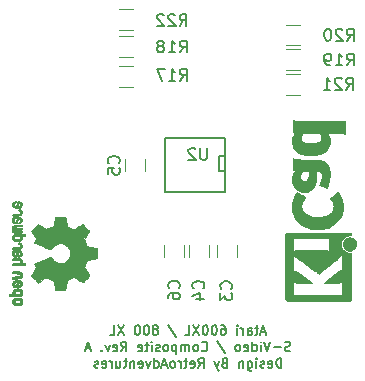
<source format=gbr>
G04 #@! TF.GenerationSoftware,KiCad,Pcbnew,(5.1.4)-1*
G04 #@! TF.CreationDate,2021-01-18T22:47:00+01:00*
G04 #@! TF.ProjectId,Atari XL s-video,41746172-6920-4584-9c20-732d76696465,rev?*
G04 #@! TF.SameCoordinates,Original*
G04 #@! TF.FileFunction,Legend,Bot*
G04 #@! TF.FilePolarity,Positive*
%FSLAX46Y46*%
G04 Gerber Fmt 4.6, Leading zero omitted, Abs format (unit mm)*
G04 Created by KiCad (PCBNEW (5.1.4)-1) date 2021-01-18 22:47:00*
%MOMM*%
%LPD*%
G04 APERTURE LIST*
%ADD10C,0.200000*%
%ADD11C,0.010000*%
%ADD12C,0.120000*%
%ADD13C,0.150000*%
G04 APERTURE END LIST*
D10*
X194613980Y-87277733D02*
X194233028Y-87277733D01*
X194690171Y-87506304D02*
X194423504Y-86706304D01*
X194156838Y-87506304D01*
X194004457Y-86972971D02*
X193699695Y-86972971D01*
X193890171Y-86706304D02*
X193890171Y-87392019D01*
X193852076Y-87468209D01*
X193775885Y-87506304D01*
X193699695Y-87506304D01*
X193090171Y-87506304D02*
X193090171Y-87087257D01*
X193128266Y-87011066D01*
X193204457Y-86972971D01*
X193356838Y-86972971D01*
X193433028Y-87011066D01*
X193090171Y-87468209D02*
X193166361Y-87506304D01*
X193356838Y-87506304D01*
X193433028Y-87468209D01*
X193471123Y-87392019D01*
X193471123Y-87315828D01*
X193433028Y-87239638D01*
X193356838Y-87201542D01*
X193166361Y-87201542D01*
X193090171Y-87163447D01*
X192709219Y-87506304D02*
X192709219Y-86972971D01*
X192709219Y-87125352D02*
X192671123Y-87049161D01*
X192633028Y-87011066D01*
X192556838Y-86972971D01*
X192480647Y-86972971D01*
X192213980Y-87506304D02*
X192213980Y-86972971D01*
X192213980Y-86706304D02*
X192252076Y-86744400D01*
X192213980Y-86782495D01*
X192175885Y-86744400D01*
X192213980Y-86706304D01*
X192213980Y-86782495D01*
X190880647Y-86706304D02*
X191033028Y-86706304D01*
X191109219Y-86744400D01*
X191147314Y-86782495D01*
X191223504Y-86896780D01*
X191261600Y-87049161D01*
X191261600Y-87353923D01*
X191223504Y-87430114D01*
X191185409Y-87468209D01*
X191109219Y-87506304D01*
X190956838Y-87506304D01*
X190880647Y-87468209D01*
X190842552Y-87430114D01*
X190804457Y-87353923D01*
X190804457Y-87163447D01*
X190842552Y-87087257D01*
X190880647Y-87049161D01*
X190956838Y-87011066D01*
X191109219Y-87011066D01*
X191185409Y-87049161D01*
X191223504Y-87087257D01*
X191261600Y-87163447D01*
X190309219Y-86706304D02*
X190233028Y-86706304D01*
X190156838Y-86744400D01*
X190118742Y-86782495D01*
X190080647Y-86858685D01*
X190042552Y-87011066D01*
X190042552Y-87201542D01*
X190080647Y-87353923D01*
X190118742Y-87430114D01*
X190156838Y-87468209D01*
X190233028Y-87506304D01*
X190309219Y-87506304D01*
X190385409Y-87468209D01*
X190423504Y-87430114D01*
X190461600Y-87353923D01*
X190499695Y-87201542D01*
X190499695Y-87011066D01*
X190461600Y-86858685D01*
X190423504Y-86782495D01*
X190385409Y-86744400D01*
X190309219Y-86706304D01*
X189547314Y-86706304D02*
X189471123Y-86706304D01*
X189394933Y-86744400D01*
X189356838Y-86782495D01*
X189318742Y-86858685D01*
X189280647Y-87011066D01*
X189280647Y-87201542D01*
X189318742Y-87353923D01*
X189356838Y-87430114D01*
X189394933Y-87468209D01*
X189471123Y-87506304D01*
X189547314Y-87506304D01*
X189623504Y-87468209D01*
X189661600Y-87430114D01*
X189699695Y-87353923D01*
X189737790Y-87201542D01*
X189737790Y-87011066D01*
X189699695Y-86858685D01*
X189661600Y-86782495D01*
X189623504Y-86744400D01*
X189547314Y-86706304D01*
X189013980Y-86706304D02*
X188480647Y-87506304D01*
X188480647Y-86706304D02*
X189013980Y-87506304D01*
X187794933Y-87506304D02*
X188175885Y-87506304D01*
X188175885Y-86706304D01*
X186347314Y-86668209D02*
X187033028Y-87696780D01*
X185356838Y-87049161D02*
X185433028Y-87011066D01*
X185471123Y-86972971D01*
X185509219Y-86896780D01*
X185509219Y-86858685D01*
X185471123Y-86782495D01*
X185433028Y-86744400D01*
X185356838Y-86706304D01*
X185204457Y-86706304D01*
X185128266Y-86744400D01*
X185090171Y-86782495D01*
X185052076Y-86858685D01*
X185052076Y-86896780D01*
X185090171Y-86972971D01*
X185128266Y-87011066D01*
X185204457Y-87049161D01*
X185356838Y-87049161D01*
X185433028Y-87087257D01*
X185471123Y-87125352D01*
X185509219Y-87201542D01*
X185509219Y-87353923D01*
X185471123Y-87430114D01*
X185433028Y-87468209D01*
X185356838Y-87506304D01*
X185204457Y-87506304D01*
X185128266Y-87468209D01*
X185090171Y-87430114D01*
X185052076Y-87353923D01*
X185052076Y-87201542D01*
X185090171Y-87125352D01*
X185128266Y-87087257D01*
X185204457Y-87049161D01*
X184556838Y-86706304D02*
X184480647Y-86706304D01*
X184404457Y-86744400D01*
X184366361Y-86782495D01*
X184328266Y-86858685D01*
X184290171Y-87011066D01*
X184290171Y-87201542D01*
X184328266Y-87353923D01*
X184366361Y-87430114D01*
X184404457Y-87468209D01*
X184480647Y-87506304D01*
X184556838Y-87506304D01*
X184633028Y-87468209D01*
X184671123Y-87430114D01*
X184709219Y-87353923D01*
X184747314Y-87201542D01*
X184747314Y-87011066D01*
X184709219Y-86858685D01*
X184671123Y-86782495D01*
X184633028Y-86744400D01*
X184556838Y-86706304D01*
X183794933Y-86706304D02*
X183718742Y-86706304D01*
X183642552Y-86744400D01*
X183604457Y-86782495D01*
X183566361Y-86858685D01*
X183528266Y-87011066D01*
X183528266Y-87201542D01*
X183566361Y-87353923D01*
X183604457Y-87430114D01*
X183642552Y-87468209D01*
X183718742Y-87506304D01*
X183794933Y-87506304D01*
X183871123Y-87468209D01*
X183909219Y-87430114D01*
X183947314Y-87353923D01*
X183985409Y-87201542D01*
X183985409Y-87011066D01*
X183947314Y-86858685D01*
X183909219Y-86782495D01*
X183871123Y-86744400D01*
X183794933Y-86706304D01*
X182652076Y-86706304D02*
X182118742Y-87506304D01*
X182118742Y-86706304D02*
X182652076Y-87506304D01*
X181433028Y-87506304D02*
X181813980Y-87506304D01*
X181813980Y-86706304D01*
X196709219Y-88868209D02*
X196594933Y-88906304D01*
X196404457Y-88906304D01*
X196328266Y-88868209D01*
X196290171Y-88830114D01*
X196252076Y-88753923D01*
X196252076Y-88677733D01*
X196290171Y-88601542D01*
X196328266Y-88563447D01*
X196404457Y-88525352D01*
X196556838Y-88487257D01*
X196633028Y-88449161D01*
X196671123Y-88411066D01*
X196709219Y-88334876D01*
X196709219Y-88258685D01*
X196671123Y-88182495D01*
X196633028Y-88144400D01*
X196556838Y-88106304D01*
X196366361Y-88106304D01*
X196252076Y-88144400D01*
X195909219Y-88601542D02*
X195299695Y-88601542D01*
X195033028Y-88106304D02*
X194766361Y-88906304D01*
X194499695Y-88106304D01*
X194233028Y-88906304D02*
X194233028Y-88372971D01*
X194233028Y-88106304D02*
X194271123Y-88144400D01*
X194233028Y-88182495D01*
X194194933Y-88144400D01*
X194233028Y-88106304D01*
X194233028Y-88182495D01*
X193509219Y-88906304D02*
X193509219Y-88106304D01*
X193509219Y-88868209D02*
X193585409Y-88906304D01*
X193737790Y-88906304D01*
X193813980Y-88868209D01*
X193852076Y-88830114D01*
X193890171Y-88753923D01*
X193890171Y-88525352D01*
X193852076Y-88449161D01*
X193813980Y-88411066D01*
X193737790Y-88372971D01*
X193585409Y-88372971D01*
X193509219Y-88411066D01*
X192823504Y-88868209D02*
X192899695Y-88906304D01*
X193052076Y-88906304D01*
X193128266Y-88868209D01*
X193166361Y-88792019D01*
X193166361Y-88487257D01*
X193128266Y-88411066D01*
X193052076Y-88372971D01*
X192899695Y-88372971D01*
X192823504Y-88411066D01*
X192785409Y-88487257D01*
X192785409Y-88563447D01*
X193166361Y-88639638D01*
X192328266Y-88906304D02*
X192404457Y-88868209D01*
X192442552Y-88830114D01*
X192480647Y-88753923D01*
X192480647Y-88525352D01*
X192442552Y-88449161D01*
X192404457Y-88411066D01*
X192328266Y-88372971D01*
X192213980Y-88372971D01*
X192137790Y-88411066D01*
X192099695Y-88449161D01*
X192061600Y-88525352D01*
X192061600Y-88753923D01*
X192099695Y-88830114D01*
X192137790Y-88868209D01*
X192213980Y-88906304D01*
X192328266Y-88906304D01*
X190537790Y-88068209D02*
X191223504Y-89096780D01*
X189204457Y-88830114D02*
X189242552Y-88868209D01*
X189356838Y-88906304D01*
X189433028Y-88906304D01*
X189547314Y-88868209D01*
X189623504Y-88792019D01*
X189661600Y-88715828D01*
X189699695Y-88563447D01*
X189699695Y-88449161D01*
X189661600Y-88296780D01*
X189623504Y-88220590D01*
X189547314Y-88144400D01*
X189433028Y-88106304D01*
X189356838Y-88106304D01*
X189242552Y-88144400D01*
X189204457Y-88182495D01*
X188747314Y-88906304D02*
X188823504Y-88868209D01*
X188861600Y-88830114D01*
X188899695Y-88753923D01*
X188899695Y-88525352D01*
X188861600Y-88449161D01*
X188823504Y-88411066D01*
X188747314Y-88372971D01*
X188633028Y-88372971D01*
X188556838Y-88411066D01*
X188518742Y-88449161D01*
X188480647Y-88525352D01*
X188480647Y-88753923D01*
X188518742Y-88830114D01*
X188556838Y-88868209D01*
X188633028Y-88906304D01*
X188747314Y-88906304D01*
X188137790Y-88906304D02*
X188137790Y-88372971D01*
X188137790Y-88449161D02*
X188099695Y-88411066D01*
X188023504Y-88372971D01*
X187909219Y-88372971D01*
X187833028Y-88411066D01*
X187794933Y-88487257D01*
X187794933Y-88906304D01*
X187794933Y-88487257D02*
X187756838Y-88411066D01*
X187680647Y-88372971D01*
X187566361Y-88372971D01*
X187490171Y-88411066D01*
X187452076Y-88487257D01*
X187452076Y-88906304D01*
X187071123Y-88372971D02*
X187071123Y-89172971D01*
X187071123Y-88411066D02*
X186994933Y-88372971D01*
X186842552Y-88372971D01*
X186766361Y-88411066D01*
X186728266Y-88449161D01*
X186690171Y-88525352D01*
X186690171Y-88753923D01*
X186728266Y-88830114D01*
X186766361Y-88868209D01*
X186842552Y-88906304D01*
X186994933Y-88906304D01*
X187071123Y-88868209D01*
X186233028Y-88906304D02*
X186309219Y-88868209D01*
X186347314Y-88830114D01*
X186385409Y-88753923D01*
X186385409Y-88525352D01*
X186347314Y-88449161D01*
X186309219Y-88411066D01*
X186233028Y-88372971D01*
X186118742Y-88372971D01*
X186042552Y-88411066D01*
X186004457Y-88449161D01*
X185966361Y-88525352D01*
X185966361Y-88753923D01*
X186004457Y-88830114D01*
X186042552Y-88868209D01*
X186118742Y-88906304D01*
X186233028Y-88906304D01*
X185661600Y-88868209D02*
X185585409Y-88906304D01*
X185433028Y-88906304D01*
X185356838Y-88868209D01*
X185318742Y-88792019D01*
X185318742Y-88753923D01*
X185356838Y-88677733D01*
X185433028Y-88639638D01*
X185547314Y-88639638D01*
X185623504Y-88601542D01*
X185661600Y-88525352D01*
X185661600Y-88487257D01*
X185623504Y-88411066D01*
X185547314Y-88372971D01*
X185433028Y-88372971D01*
X185356838Y-88411066D01*
X184975885Y-88906304D02*
X184975885Y-88372971D01*
X184975885Y-88106304D02*
X185013980Y-88144400D01*
X184975885Y-88182495D01*
X184937790Y-88144400D01*
X184975885Y-88106304D01*
X184975885Y-88182495D01*
X184709219Y-88372971D02*
X184404457Y-88372971D01*
X184594933Y-88106304D02*
X184594933Y-88792019D01*
X184556838Y-88868209D01*
X184480647Y-88906304D01*
X184404457Y-88906304D01*
X183833028Y-88868209D02*
X183909219Y-88906304D01*
X184061600Y-88906304D01*
X184137790Y-88868209D01*
X184175885Y-88792019D01*
X184175885Y-88487257D01*
X184137790Y-88411066D01*
X184061600Y-88372971D01*
X183909219Y-88372971D01*
X183833028Y-88411066D01*
X183794933Y-88487257D01*
X183794933Y-88563447D01*
X184175885Y-88639638D01*
X182385409Y-88906304D02*
X182652076Y-88525352D01*
X182842552Y-88906304D02*
X182842552Y-88106304D01*
X182537790Y-88106304D01*
X182461600Y-88144400D01*
X182423504Y-88182495D01*
X182385409Y-88258685D01*
X182385409Y-88372971D01*
X182423504Y-88449161D01*
X182461600Y-88487257D01*
X182537790Y-88525352D01*
X182842552Y-88525352D01*
X181737790Y-88868209D02*
X181813980Y-88906304D01*
X181966361Y-88906304D01*
X182042552Y-88868209D01*
X182080647Y-88792019D01*
X182080647Y-88487257D01*
X182042552Y-88411066D01*
X181966361Y-88372971D01*
X181813980Y-88372971D01*
X181737790Y-88411066D01*
X181699695Y-88487257D01*
X181699695Y-88563447D01*
X182080647Y-88639638D01*
X181433028Y-88372971D02*
X181242552Y-88906304D01*
X181052076Y-88372971D01*
X180747314Y-88830114D02*
X180709219Y-88868209D01*
X180747314Y-88906304D01*
X180785409Y-88868209D01*
X180747314Y-88830114D01*
X180747314Y-88906304D01*
X179794933Y-88677733D02*
X179413980Y-88677733D01*
X179871123Y-88906304D02*
X179604457Y-88106304D01*
X179337790Y-88906304D01*
X195966361Y-90306304D02*
X195966361Y-89506304D01*
X195775885Y-89506304D01*
X195661600Y-89544400D01*
X195585409Y-89620590D01*
X195547314Y-89696780D01*
X195509219Y-89849161D01*
X195509219Y-89963447D01*
X195547314Y-90115828D01*
X195585409Y-90192019D01*
X195661600Y-90268209D01*
X195775885Y-90306304D01*
X195966361Y-90306304D01*
X194861600Y-90268209D02*
X194937790Y-90306304D01*
X195090171Y-90306304D01*
X195166361Y-90268209D01*
X195204457Y-90192019D01*
X195204457Y-89887257D01*
X195166361Y-89811066D01*
X195090171Y-89772971D01*
X194937790Y-89772971D01*
X194861600Y-89811066D01*
X194823504Y-89887257D01*
X194823504Y-89963447D01*
X195204457Y-90039638D01*
X194518742Y-90268209D02*
X194442552Y-90306304D01*
X194290171Y-90306304D01*
X194213980Y-90268209D01*
X194175885Y-90192019D01*
X194175885Y-90153923D01*
X194213980Y-90077733D01*
X194290171Y-90039638D01*
X194404457Y-90039638D01*
X194480647Y-90001542D01*
X194518742Y-89925352D01*
X194518742Y-89887257D01*
X194480647Y-89811066D01*
X194404457Y-89772971D01*
X194290171Y-89772971D01*
X194213980Y-89811066D01*
X193833028Y-90306304D02*
X193833028Y-89772971D01*
X193833028Y-89506304D02*
X193871123Y-89544400D01*
X193833028Y-89582495D01*
X193794933Y-89544400D01*
X193833028Y-89506304D01*
X193833028Y-89582495D01*
X193109219Y-89772971D02*
X193109219Y-90420590D01*
X193147314Y-90496780D01*
X193185409Y-90534876D01*
X193261600Y-90572971D01*
X193375885Y-90572971D01*
X193452076Y-90534876D01*
X193109219Y-90268209D02*
X193185409Y-90306304D01*
X193337790Y-90306304D01*
X193413980Y-90268209D01*
X193452076Y-90230114D01*
X193490171Y-90153923D01*
X193490171Y-89925352D01*
X193452076Y-89849161D01*
X193413980Y-89811066D01*
X193337790Y-89772971D01*
X193185409Y-89772971D01*
X193109219Y-89811066D01*
X192728266Y-89772971D02*
X192728266Y-90306304D01*
X192728266Y-89849161D02*
X192690171Y-89811066D01*
X192613980Y-89772971D01*
X192499695Y-89772971D01*
X192423504Y-89811066D01*
X192385409Y-89887257D01*
X192385409Y-90306304D01*
X191128266Y-89887257D02*
X191013980Y-89925352D01*
X190975885Y-89963447D01*
X190937790Y-90039638D01*
X190937790Y-90153923D01*
X190975885Y-90230114D01*
X191013980Y-90268209D01*
X191090171Y-90306304D01*
X191394933Y-90306304D01*
X191394933Y-89506304D01*
X191128266Y-89506304D01*
X191052076Y-89544400D01*
X191013980Y-89582495D01*
X190975885Y-89658685D01*
X190975885Y-89734876D01*
X191013980Y-89811066D01*
X191052076Y-89849161D01*
X191128266Y-89887257D01*
X191394933Y-89887257D01*
X190671123Y-89772971D02*
X190480647Y-90306304D01*
X190290171Y-89772971D02*
X190480647Y-90306304D01*
X190556838Y-90496780D01*
X190594933Y-90534876D01*
X190671123Y-90572971D01*
X188918742Y-90306304D02*
X189185409Y-89925352D01*
X189375885Y-90306304D02*
X189375885Y-89506304D01*
X189071123Y-89506304D01*
X188994933Y-89544400D01*
X188956838Y-89582495D01*
X188918742Y-89658685D01*
X188918742Y-89772971D01*
X188956838Y-89849161D01*
X188994933Y-89887257D01*
X189071123Y-89925352D01*
X189375885Y-89925352D01*
X188271123Y-90268209D02*
X188347314Y-90306304D01*
X188499695Y-90306304D01*
X188575885Y-90268209D01*
X188613980Y-90192019D01*
X188613980Y-89887257D01*
X188575885Y-89811066D01*
X188499695Y-89772971D01*
X188347314Y-89772971D01*
X188271123Y-89811066D01*
X188233028Y-89887257D01*
X188233028Y-89963447D01*
X188613980Y-90039638D01*
X188004457Y-89772971D02*
X187699695Y-89772971D01*
X187890171Y-89506304D02*
X187890171Y-90192019D01*
X187852076Y-90268209D01*
X187775885Y-90306304D01*
X187699695Y-90306304D01*
X187433028Y-90306304D02*
X187433028Y-89772971D01*
X187433028Y-89925352D02*
X187394933Y-89849161D01*
X187356838Y-89811066D01*
X187280647Y-89772971D01*
X187204457Y-89772971D01*
X186823504Y-90306304D02*
X186899695Y-90268209D01*
X186937790Y-90230114D01*
X186975885Y-90153923D01*
X186975885Y-89925352D01*
X186937790Y-89849161D01*
X186899695Y-89811066D01*
X186823504Y-89772971D01*
X186709219Y-89772971D01*
X186633028Y-89811066D01*
X186594933Y-89849161D01*
X186556838Y-89925352D01*
X186556838Y-90153923D01*
X186594933Y-90230114D01*
X186633028Y-90268209D01*
X186709219Y-90306304D01*
X186823504Y-90306304D01*
X186252076Y-90077733D02*
X185871123Y-90077733D01*
X186328266Y-90306304D02*
X186061600Y-89506304D01*
X185794933Y-90306304D01*
X185185409Y-90306304D02*
X185185409Y-89506304D01*
X185185409Y-90268209D02*
X185261600Y-90306304D01*
X185413980Y-90306304D01*
X185490171Y-90268209D01*
X185528266Y-90230114D01*
X185566361Y-90153923D01*
X185566361Y-89925352D01*
X185528266Y-89849161D01*
X185490171Y-89811066D01*
X185413980Y-89772971D01*
X185261600Y-89772971D01*
X185185409Y-89811066D01*
X184880647Y-89772971D02*
X184690171Y-90306304D01*
X184499695Y-89772971D01*
X183890171Y-90268209D02*
X183966361Y-90306304D01*
X184118742Y-90306304D01*
X184194933Y-90268209D01*
X184233028Y-90192019D01*
X184233028Y-89887257D01*
X184194933Y-89811066D01*
X184118742Y-89772971D01*
X183966361Y-89772971D01*
X183890171Y-89811066D01*
X183852076Y-89887257D01*
X183852076Y-89963447D01*
X184233028Y-90039638D01*
X183509219Y-89772971D02*
X183509219Y-90306304D01*
X183509219Y-89849161D02*
X183471123Y-89811066D01*
X183394933Y-89772971D01*
X183280647Y-89772971D01*
X183204457Y-89811066D01*
X183166361Y-89887257D01*
X183166361Y-90306304D01*
X182899695Y-89772971D02*
X182594933Y-89772971D01*
X182785409Y-89506304D02*
X182785409Y-90192019D01*
X182747314Y-90268209D01*
X182671123Y-90306304D01*
X182594933Y-90306304D01*
X181985409Y-89772971D02*
X181985409Y-90306304D01*
X182328266Y-89772971D02*
X182328266Y-90192019D01*
X182290171Y-90268209D01*
X182213980Y-90306304D01*
X182099695Y-90306304D01*
X182023504Y-90268209D01*
X181985409Y-90230114D01*
X181604457Y-90306304D02*
X181604457Y-89772971D01*
X181604457Y-89925352D02*
X181566361Y-89849161D01*
X181528266Y-89811066D01*
X181452076Y-89772971D01*
X181375885Y-89772971D01*
X180804457Y-90268209D02*
X180880647Y-90306304D01*
X181033028Y-90306304D01*
X181109219Y-90268209D01*
X181147314Y-90192019D01*
X181147314Y-89887257D01*
X181109219Y-89811066D01*
X181033028Y-89772971D01*
X180880647Y-89772971D01*
X180804457Y-89811066D01*
X180766361Y-89887257D01*
X180766361Y-89963447D01*
X181147314Y-90039638D01*
X180461600Y-90268209D02*
X180385409Y-90306304D01*
X180233028Y-90306304D01*
X180156838Y-90268209D01*
X180118742Y-90192019D01*
X180118742Y-90153923D01*
X180156838Y-90077733D01*
X180233028Y-90039638D01*
X180347314Y-90039638D01*
X180423504Y-90001542D01*
X180461600Y-89925352D01*
X180461600Y-89887257D01*
X180423504Y-89811066D01*
X180347314Y-89772971D01*
X180233028Y-89772971D01*
X180156838Y-89811066D01*
D11*
G36*
X174021495Y-83850714D02*
G01*
X173984273Y-83776061D01*
X173915739Y-83710169D01*
X173890352Y-83692023D01*
X173857134Y-83672255D01*
X173821055Y-83659428D01*
X173772902Y-83652090D01*
X173703464Y-83648787D01*
X173611794Y-83648062D01*
X173486170Y-83651337D01*
X173391846Y-83662723D01*
X173321477Y-83684559D01*
X173267714Y-83719181D01*
X173223212Y-83768930D01*
X173220577Y-83772586D01*
X173193623Y-83821615D01*
X173180288Y-83880655D01*
X173177000Y-83955741D01*
X173177000Y-84077805D01*
X173058503Y-84077856D01*
X172992508Y-84078992D01*
X172953798Y-84085914D01*
X172930581Y-84104002D01*
X172911067Y-84138638D01*
X172907080Y-84146955D01*
X172888397Y-84185880D01*
X172876597Y-84216017D01*
X172875578Y-84238426D01*
X172889239Y-84254167D01*
X172921478Y-84264298D01*
X172976196Y-84269877D01*
X173057289Y-84271965D01*
X173168656Y-84271619D01*
X173314198Y-84269900D01*
X173357731Y-84269363D01*
X173507795Y-84267428D01*
X173605958Y-84265696D01*
X173605958Y-84077908D01*
X173522636Y-84076852D01*
X173468120Y-84072162D01*
X173432163Y-84061549D01*
X173404518Y-84042728D01*
X173391035Y-84029950D01*
X173351583Y-83977710D01*
X173348372Y-83931458D01*
X173380951Y-83883733D01*
X173382154Y-83882523D01*
X173407332Y-83863106D01*
X173441553Y-83851293D01*
X173494252Y-83845335D01*
X173574869Y-83843480D01*
X173592729Y-83843446D01*
X173703825Y-83847930D01*
X173780839Y-83862526D01*
X173827853Y-83888950D01*
X173848950Y-83928917D01*
X173851077Y-83952016D01*
X173841100Y-84006838D01*
X173808248Y-84044442D01*
X173748143Y-84067077D01*
X173656402Y-84076994D01*
X173605958Y-84077908D01*
X173605958Y-84265696D01*
X173623940Y-84265378D01*
X173711321Y-84262727D01*
X173775095Y-84258994D01*
X173820418Y-84253693D01*
X173852445Y-84246342D01*
X173876332Y-84236457D01*
X173897236Y-84223554D01*
X173905102Y-84218021D01*
X173979405Y-84144631D01*
X174021533Y-84051840D01*
X174033278Y-83944504D01*
X174021495Y-83850714D01*
X174021495Y-83850714D01*
G37*
X174021495Y-83850714D02*
X173984273Y-83776061D01*
X173915739Y-83710169D01*
X173890352Y-83692023D01*
X173857134Y-83672255D01*
X173821055Y-83659428D01*
X173772902Y-83652090D01*
X173703464Y-83648787D01*
X173611794Y-83648062D01*
X173486170Y-83651337D01*
X173391846Y-83662723D01*
X173321477Y-83684559D01*
X173267714Y-83719181D01*
X173223212Y-83768930D01*
X173220577Y-83772586D01*
X173193623Y-83821615D01*
X173180288Y-83880655D01*
X173177000Y-83955741D01*
X173177000Y-84077805D01*
X173058503Y-84077856D01*
X172992508Y-84078992D01*
X172953798Y-84085914D01*
X172930581Y-84104002D01*
X172911067Y-84138638D01*
X172907080Y-84146955D01*
X172888397Y-84185880D01*
X172876597Y-84216017D01*
X172875578Y-84238426D01*
X172889239Y-84254167D01*
X172921478Y-84264298D01*
X172976196Y-84269877D01*
X173057289Y-84271965D01*
X173168656Y-84271619D01*
X173314198Y-84269900D01*
X173357731Y-84269363D01*
X173507795Y-84267428D01*
X173605958Y-84265696D01*
X173605958Y-84077908D01*
X173522636Y-84076852D01*
X173468120Y-84072162D01*
X173432163Y-84061549D01*
X173404518Y-84042728D01*
X173391035Y-84029950D01*
X173351583Y-83977710D01*
X173348372Y-83931458D01*
X173380951Y-83883733D01*
X173382154Y-83882523D01*
X173407332Y-83863106D01*
X173441553Y-83851293D01*
X173494252Y-83845335D01*
X173574869Y-83843480D01*
X173592729Y-83843446D01*
X173703825Y-83847930D01*
X173780839Y-83862526D01*
X173827853Y-83888950D01*
X173848950Y-83928917D01*
X173851077Y-83952016D01*
X173841100Y-84006838D01*
X173808248Y-84044442D01*
X173748143Y-84067077D01*
X173656402Y-84076994D01*
X173605958Y-84077908D01*
X173605958Y-84265696D01*
X173623940Y-84265378D01*
X173711321Y-84262727D01*
X173775095Y-84258994D01*
X173820418Y-84253693D01*
X173852445Y-84246342D01*
X173876332Y-84236457D01*
X173897236Y-84223554D01*
X173905102Y-84218021D01*
X173979405Y-84144631D01*
X174021533Y-84051840D01*
X174033278Y-83944504D01*
X174021495Y-83850714D01*
G36*
X174010911Y-82347936D02*
G01*
X173974642Y-82285233D01*
X173938642Y-82241639D01*
X173900925Y-82209755D01*
X173854801Y-82187790D01*
X173793579Y-82173951D01*
X173710569Y-82166447D01*
X173599081Y-82163483D01*
X173518938Y-82163139D01*
X173223935Y-82163139D01*
X173149485Y-82329215D01*
X173472598Y-82338985D01*
X173593271Y-82343021D01*
X173680859Y-82347256D01*
X173741350Y-82352503D01*
X173780732Y-82359575D01*
X173804993Y-82369289D01*
X173820120Y-82382456D01*
X173823394Y-82386681D01*
X173848966Y-82450691D01*
X173838847Y-82515392D01*
X173812000Y-82553908D01*
X173792976Y-82569575D01*
X173768012Y-82580420D01*
X173730166Y-82587312D01*
X173672498Y-82591121D01*
X173588065Y-82592717D01*
X173500072Y-82592985D01*
X173389677Y-82593037D01*
X173311537Y-82594928D01*
X173258835Y-82601255D01*
X173224758Y-82614617D01*
X173202489Y-82637615D01*
X173185213Y-82672846D01*
X173167262Y-82719903D01*
X173147722Y-82771297D01*
X173494515Y-82765179D01*
X173619532Y-82762716D01*
X173711918Y-82759833D01*
X173778119Y-82755702D01*
X173824580Y-82749493D01*
X173857744Y-82740374D01*
X173884056Y-82727517D01*
X173907271Y-82712016D01*
X173981431Y-82637229D01*
X174024316Y-82545972D01*
X174034588Y-82446717D01*
X174010911Y-82347936D01*
X174010911Y-82347936D01*
G37*
X174010911Y-82347936D02*
X173974642Y-82285233D01*
X173938642Y-82241639D01*
X173900925Y-82209755D01*
X173854801Y-82187790D01*
X173793579Y-82173951D01*
X173710569Y-82166447D01*
X173599081Y-82163483D01*
X173518938Y-82163139D01*
X173223935Y-82163139D01*
X173149485Y-82329215D01*
X173472598Y-82338985D01*
X173593271Y-82343021D01*
X173680859Y-82347256D01*
X173741350Y-82352503D01*
X173780732Y-82359575D01*
X173804993Y-82369289D01*
X173820120Y-82382456D01*
X173823394Y-82386681D01*
X173848966Y-82450691D01*
X173838847Y-82515392D01*
X173812000Y-82553908D01*
X173792976Y-82569575D01*
X173768012Y-82580420D01*
X173730166Y-82587312D01*
X173672498Y-82591121D01*
X173588065Y-82592717D01*
X173500072Y-82592985D01*
X173389677Y-82593037D01*
X173311537Y-82594928D01*
X173258835Y-82601255D01*
X173224758Y-82614617D01*
X173202489Y-82637615D01*
X173185213Y-82672846D01*
X173167262Y-82719903D01*
X173147722Y-82771297D01*
X173494515Y-82765179D01*
X173619532Y-82762716D01*
X173711918Y-82759833D01*
X173778119Y-82755702D01*
X173824580Y-82749493D01*
X173857744Y-82740374D01*
X173884056Y-82727517D01*
X173907271Y-82712016D01*
X173981431Y-82637229D01*
X174024316Y-82545972D01*
X174034588Y-82446717D01*
X174010911Y-82347936D01*
G36*
X174018744Y-84602714D02*
G01*
X173970591Y-84511136D01*
X173893095Y-84443551D01*
X173843273Y-84419543D01*
X173768467Y-84400862D01*
X173673948Y-84391299D01*
X173570790Y-84390392D01*
X173470065Y-84397679D01*
X173382847Y-84412697D01*
X173320209Y-84434985D01*
X173309421Y-84441835D01*
X173228895Y-84522968D01*
X173180664Y-84619334D01*
X173166550Y-84723899D01*
X173188371Y-84829632D01*
X173201453Y-84859057D01*
X173241769Y-84916359D01*
X173295225Y-84966650D01*
X173302005Y-84971403D01*
X173334679Y-84990722D01*
X173369606Y-85003492D01*
X173415586Y-85011036D01*
X173481416Y-85014676D01*
X173575895Y-85015735D01*
X173597077Y-85015754D01*
X173603818Y-85015706D01*
X173603818Y-84820369D01*
X173514651Y-84819232D01*
X173455480Y-84814759D01*
X173417259Y-84805354D01*
X173390947Y-84789424D01*
X173382154Y-84781292D01*
X173348739Y-84734542D01*
X173350263Y-84689153D01*
X173379248Y-84643260D01*
X173410191Y-84615888D01*
X173455357Y-84599677D01*
X173526580Y-84590574D01*
X173534886Y-84589949D01*
X173663963Y-84588396D01*
X173759828Y-84604635D01*
X173821893Y-84638448D01*
X173849568Y-84689616D01*
X173851077Y-84707880D01*
X173843487Y-84755840D01*
X173817192Y-84788647D01*
X173766905Y-84808705D01*
X173687336Y-84818422D01*
X173603818Y-84820369D01*
X173603818Y-85015706D01*
X173697751Y-85015026D01*
X173768094Y-85011971D01*
X173816837Y-85005278D01*
X173852712Y-84993640D01*
X173884452Y-84975747D01*
X173890352Y-84971792D01*
X173969896Y-84905333D01*
X174016071Y-84832915D01*
X174034401Y-84744751D01*
X174035297Y-84714813D01*
X174018744Y-84602714D01*
X174018744Y-84602714D01*
G37*
X174018744Y-84602714D02*
X173970591Y-84511136D01*
X173893095Y-84443551D01*
X173843273Y-84419543D01*
X173768467Y-84400862D01*
X173673948Y-84391299D01*
X173570790Y-84390392D01*
X173470065Y-84397679D01*
X173382847Y-84412697D01*
X173320209Y-84434985D01*
X173309421Y-84441835D01*
X173228895Y-84522968D01*
X173180664Y-84619334D01*
X173166550Y-84723899D01*
X173188371Y-84829632D01*
X173201453Y-84859057D01*
X173241769Y-84916359D01*
X173295225Y-84966650D01*
X173302005Y-84971403D01*
X173334679Y-84990722D01*
X173369606Y-85003492D01*
X173415586Y-85011036D01*
X173481416Y-85014676D01*
X173575895Y-85015735D01*
X173597077Y-85015754D01*
X173603818Y-85015706D01*
X173603818Y-84820369D01*
X173514651Y-84819232D01*
X173455480Y-84814759D01*
X173417259Y-84805354D01*
X173390947Y-84789424D01*
X173382154Y-84781292D01*
X173348739Y-84734542D01*
X173350263Y-84689153D01*
X173379248Y-84643260D01*
X173410191Y-84615888D01*
X173455357Y-84599677D01*
X173526580Y-84590574D01*
X173534886Y-84589949D01*
X173663963Y-84588396D01*
X173759828Y-84604635D01*
X173821893Y-84638448D01*
X173849568Y-84689616D01*
X173851077Y-84707880D01*
X173843487Y-84755840D01*
X173817192Y-84788647D01*
X173766905Y-84808705D01*
X173687336Y-84818422D01*
X173603818Y-84820369D01*
X173603818Y-85015706D01*
X173697751Y-85015026D01*
X173768094Y-85011971D01*
X173816837Y-85005278D01*
X173852712Y-84993640D01*
X173884452Y-84975747D01*
X173890352Y-84971792D01*
X173969896Y-84905333D01*
X174016071Y-84832915D01*
X174034401Y-84744751D01*
X174035297Y-84714813D01*
X174018744Y-84602714D01*
G36*
X174006255Y-83085346D02*
G01*
X173954433Y-83008314D01*
X173879588Y-82948784D01*
X173784346Y-82913222D01*
X173714244Y-82906029D01*
X173684991Y-82906846D01*
X173662593Y-82913686D01*
X173642526Y-82932488D01*
X173620267Y-82969192D01*
X173591291Y-83029738D01*
X173551073Y-83120066D01*
X173550871Y-83120523D01*
X173512790Y-83203667D01*
X173478975Y-83271847D01*
X173453067Y-83318095D01*
X173438705Y-83335442D01*
X173438589Y-83335446D01*
X173407315Y-83320157D01*
X173372843Y-83284404D01*
X173348010Y-83243358D01*
X173343077Y-83222563D01*
X173360138Y-83165830D01*
X173402867Y-83116973D01*
X173449845Y-83093135D01*
X173484478Y-83070203D01*
X173523919Y-83025282D01*
X173557991Y-82972477D01*
X173576520Y-82925890D01*
X173577538Y-82916148D01*
X173560785Y-82905182D01*
X173517961Y-82904521D01*
X173460219Y-82912580D01*
X173398711Y-82927773D01*
X173344591Y-82948514D01*
X173342490Y-82949562D01*
X173255340Y-83011979D01*
X173196061Y-83092874D01*
X173166966Y-83184744D01*
X173170366Y-83280087D01*
X173208572Y-83371402D01*
X173211259Y-83375462D01*
X173276358Y-83447294D01*
X173361295Y-83494527D01*
X173472979Y-83520666D01*
X173504357Y-83524174D01*
X173652464Y-83530387D01*
X173721532Y-83522939D01*
X173721532Y-83335446D01*
X173678448Y-83333010D01*
X173665874Y-83319686D01*
X173675281Y-83286468D01*
X173697517Y-83234106D01*
X173725390Y-83175576D01*
X173726128Y-83174121D01*
X173752223Y-83124511D01*
X173769637Y-83104600D01*
X173787893Y-83109510D01*
X173811880Y-83130184D01*
X173846594Y-83182781D01*
X173849144Y-83239423D01*
X173823881Y-83290231D01*
X173775153Y-83325324D01*
X173721532Y-83335446D01*
X173721532Y-83522939D01*
X173770964Y-83517608D01*
X173864945Y-83484822D01*
X173930785Y-83439179D01*
X173997319Y-83356798D01*
X174030324Y-83266054D01*
X174032427Y-83173415D01*
X174006255Y-83085346D01*
X174006255Y-83085346D01*
G37*
X174006255Y-83085346D02*
X173954433Y-83008314D01*
X173879588Y-82948784D01*
X173784346Y-82913222D01*
X173714244Y-82906029D01*
X173684991Y-82906846D01*
X173662593Y-82913686D01*
X173642526Y-82932488D01*
X173620267Y-82969192D01*
X173591291Y-83029738D01*
X173551073Y-83120066D01*
X173550871Y-83120523D01*
X173512790Y-83203667D01*
X173478975Y-83271847D01*
X173453067Y-83318095D01*
X173438705Y-83335442D01*
X173438589Y-83335446D01*
X173407315Y-83320157D01*
X173372843Y-83284404D01*
X173348010Y-83243358D01*
X173343077Y-83222563D01*
X173360138Y-83165830D01*
X173402867Y-83116973D01*
X173449845Y-83093135D01*
X173484478Y-83070203D01*
X173523919Y-83025282D01*
X173557991Y-82972477D01*
X173576520Y-82925890D01*
X173577538Y-82916148D01*
X173560785Y-82905182D01*
X173517961Y-82904521D01*
X173460219Y-82912580D01*
X173398711Y-82927773D01*
X173344591Y-82948514D01*
X173342490Y-82949562D01*
X173255340Y-83011979D01*
X173196061Y-83092874D01*
X173166966Y-83184744D01*
X173170366Y-83280087D01*
X173208572Y-83371402D01*
X173211259Y-83375462D01*
X173276358Y-83447294D01*
X173361295Y-83494527D01*
X173472979Y-83520666D01*
X173504357Y-83524174D01*
X173652464Y-83530387D01*
X173721532Y-83522939D01*
X173721532Y-83335446D01*
X173678448Y-83333010D01*
X173665874Y-83319686D01*
X173675281Y-83286468D01*
X173697517Y-83234106D01*
X173725390Y-83175576D01*
X173726128Y-83174121D01*
X173752223Y-83124511D01*
X173769637Y-83104600D01*
X173787893Y-83109510D01*
X173811880Y-83130184D01*
X173846594Y-83182781D01*
X173849144Y-83239423D01*
X173823881Y-83290231D01*
X173775153Y-83325324D01*
X173721532Y-83335446D01*
X173721532Y-83522939D01*
X173770964Y-83517608D01*
X173864945Y-83484822D01*
X173930785Y-83439179D01*
X173997319Y-83356798D01*
X174030324Y-83266054D01*
X174032427Y-83173415D01*
X174006255Y-83085346D01*
G36*
X174113880Y-81459754D02*
G01*
X174034020Y-81454028D01*
X173986961Y-81447451D01*
X173966434Y-81438338D01*
X173966171Y-81425002D01*
X173968622Y-81420677D01*
X173986364Y-81363156D01*
X173985328Y-81288332D01*
X173967090Y-81212261D01*
X173943495Y-81164682D01*
X173905802Y-81115898D01*
X173863145Y-81080236D01*
X173808943Y-81055755D01*
X173736616Y-81040513D01*
X173639581Y-81032570D01*
X173511258Y-81029984D01*
X173486642Y-81029938D01*
X173210130Y-81029908D01*
X173188680Y-81091439D01*
X173174088Y-81135141D01*
X173167294Y-81159118D01*
X173167231Y-81159823D01*
X173185655Y-81162185D01*
X173236474Y-81164194D01*
X173313007Y-81165699D01*
X173408570Y-81166547D01*
X173466671Y-81166677D01*
X173581229Y-81166949D01*
X173663333Y-81168348D01*
X173719607Y-81171751D01*
X173756674Y-81178033D01*
X173781156Y-81188071D01*
X173799675Y-81202739D01*
X173808594Y-81211898D01*
X173844534Y-81274811D01*
X173847225Y-81343464D01*
X173816830Y-81405752D01*
X173805856Y-81417271D01*
X173785221Y-81434167D01*
X173760744Y-81445886D01*
X173725353Y-81453367D01*
X173671974Y-81457546D01*
X173593534Y-81459363D01*
X173485383Y-81459754D01*
X173210130Y-81459754D01*
X173188680Y-81521285D01*
X173174088Y-81564987D01*
X173167294Y-81588964D01*
X173167231Y-81589670D01*
X173185931Y-81591474D01*
X173238678Y-81593100D01*
X173320443Y-81594483D01*
X173426195Y-81595558D01*
X173550906Y-81596260D01*
X173689545Y-81596523D01*
X174224194Y-81596523D01*
X174277764Y-81469523D01*
X174113880Y-81459754D01*
X174113880Y-81459754D01*
G37*
X174113880Y-81459754D02*
X174034020Y-81454028D01*
X173986961Y-81447451D01*
X173966434Y-81438338D01*
X173966171Y-81425002D01*
X173968622Y-81420677D01*
X173986364Y-81363156D01*
X173985328Y-81288332D01*
X173967090Y-81212261D01*
X173943495Y-81164682D01*
X173905802Y-81115898D01*
X173863145Y-81080236D01*
X173808943Y-81055755D01*
X173736616Y-81040513D01*
X173639581Y-81032570D01*
X173511258Y-81029984D01*
X173486642Y-81029938D01*
X173210130Y-81029908D01*
X173188680Y-81091439D01*
X173174088Y-81135141D01*
X173167294Y-81159118D01*
X173167231Y-81159823D01*
X173185655Y-81162185D01*
X173236474Y-81164194D01*
X173313007Y-81165699D01*
X173408570Y-81166547D01*
X173466671Y-81166677D01*
X173581229Y-81166949D01*
X173663333Y-81168348D01*
X173719607Y-81171751D01*
X173756674Y-81178033D01*
X173781156Y-81188071D01*
X173799675Y-81202739D01*
X173808594Y-81211898D01*
X173844534Y-81274811D01*
X173847225Y-81343464D01*
X173816830Y-81405752D01*
X173805856Y-81417271D01*
X173785221Y-81434167D01*
X173760744Y-81445886D01*
X173725353Y-81453367D01*
X173671974Y-81457546D01*
X173593534Y-81459363D01*
X173485383Y-81459754D01*
X173210130Y-81459754D01*
X173188680Y-81521285D01*
X173174088Y-81564987D01*
X173167294Y-81588964D01*
X173167231Y-81589670D01*
X173185931Y-81591474D01*
X173238678Y-81593100D01*
X173320443Y-81594483D01*
X173426195Y-81595558D01*
X173550906Y-81596260D01*
X173689545Y-81596523D01*
X174224194Y-81596523D01*
X174277764Y-81469523D01*
X174113880Y-81459754D01*
G36*
X173979697Y-80566099D02*
G01*
X173951267Y-80489540D01*
X173950721Y-80488664D01*
X173915873Y-80441315D01*
X173875148Y-80406359D01*
X173822075Y-80381775D01*
X173750186Y-80365538D01*
X173653008Y-80355625D01*
X173524072Y-80350014D01*
X173505702Y-80349523D01*
X173228713Y-80342459D01*
X173197972Y-80401905D01*
X173177198Y-80444919D01*
X173167354Y-80470890D01*
X173167231Y-80472091D01*
X173185394Y-80476586D01*
X173234388Y-80480156D01*
X173305969Y-80482352D01*
X173363932Y-80482831D01*
X173457830Y-80482842D01*
X173516797Y-80487134D01*
X173544921Y-80502097D01*
X173546294Y-80534118D01*
X173525002Y-80589586D01*
X173485864Y-80673331D01*
X173453357Y-80734911D01*
X173425155Y-80766583D01*
X173394418Y-80775894D01*
X173392896Y-80775908D01*
X173339946Y-80760543D01*
X173311340Y-80715053D01*
X173307197Y-80645434D01*
X173307916Y-80595287D01*
X173293473Y-80568846D01*
X173258782Y-80552357D01*
X173214584Y-80542867D01*
X173189507Y-80556543D01*
X173185918Y-80561693D01*
X173171504Y-80610175D01*
X173169463Y-80678069D01*
X173179017Y-80747988D01*
X173196478Y-80797532D01*
X173254636Y-80866030D01*
X173335592Y-80904966D01*
X173398840Y-80912677D01*
X173455889Y-80906793D01*
X173502458Y-80885499D01*
X173543819Y-80843335D01*
X173585245Y-80774841D01*
X173632007Y-80674556D01*
X173634650Y-80668446D01*
X173676383Y-80578110D01*
X173710609Y-80522365D01*
X173741365Y-80498471D01*
X173772689Y-80503687D01*
X173808617Y-80535272D01*
X173816884Y-80544717D01*
X173848942Y-80607983D01*
X173847593Y-80673536D01*
X173816162Y-80730628D01*
X173757976Y-80768507D01*
X173746554Y-80772026D01*
X173691163Y-80806300D01*
X173664482Y-80849791D01*
X173638040Y-80912677D01*
X173706452Y-80912677D01*
X173805890Y-80893548D01*
X173897098Y-80836769D01*
X173927611Y-80807222D01*
X173966772Y-80740058D01*
X173984500Y-80654644D01*
X173979697Y-80566099D01*
X173979697Y-80566099D01*
G37*
X173979697Y-80566099D02*
X173951267Y-80489540D01*
X173950721Y-80488664D01*
X173915873Y-80441315D01*
X173875148Y-80406359D01*
X173822075Y-80381775D01*
X173750186Y-80365538D01*
X173653008Y-80355625D01*
X173524072Y-80350014D01*
X173505702Y-80349523D01*
X173228713Y-80342459D01*
X173197972Y-80401905D01*
X173177198Y-80444919D01*
X173167354Y-80470890D01*
X173167231Y-80472091D01*
X173185394Y-80476586D01*
X173234388Y-80480156D01*
X173305969Y-80482352D01*
X173363932Y-80482831D01*
X173457830Y-80482842D01*
X173516797Y-80487134D01*
X173544921Y-80502097D01*
X173546294Y-80534118D01*
X173525002Y-80589586D01*
X173485864Y-80673331D01*
X173453357Y-80734911D01*
X173425155Y-80766583D01*
X173394418Y-80775894D01*
X173392896Y-80775908D01*
X173339946Y-80760543D01*
X173311340Y-80715053D01*
X173307197Y-80645434D01*
X173307916Y-80595287D01*
X173293473Y-80568846D01*
X173258782Y-80552357D01*
X173214584Y-80542867D01*
X173189507Y-80556543D01*
X173185918Y-80561693D01*
X173171504Y-80610175D01*
X173169463Y-80678069D01*
X173179017Y-80747988D01*
X173196478Y-80797532D01*
X173254636Y-80866030D01*
X173335592Y-80904966D01*
X173398840Y-80912677D01*
X173455889Y-80906793D01*
X173502458Y-80885499D01*
X173543819Y-80843335D01*
X173585245Y-80774841D01*
X173632007Y-80674556D01*
X173634650Y-80668446D01*
X173676383Y-80578110D01*
X173710609Y-80522365D01*
X173741365Y-80498471D01*
X173772689Y-80503687D01*
X173808617Y-80535272D01*
X173816884Y-80544717D01*
X173848942Y-80607983D01*
X173847593Y-80673536D01*
X173816162Y-80730628D01*
X173757976Y-80768507D01*
X173746554Y-80772026D01*
X173691163Y-80806300D01*
X173664482Y-80849791D01*
X173638040Y-80912677D01*
X173706452Y-80912677D01*
X173805890Y-80893548D01*
X173897098Y-80836769D01*
X173927611Y-80807222D01*
X173966772Y-80740058D01*
X173984500Y-80654644D01*
X173979697Y-80566099D01*
G36*
X173981330Y-79906238D02*
G01*
X173948579Y-79817483D01*
X173890650Y-79745578D01*
X173849872Y-79717456D01*
X173775046Y-79686798D01*
X173720942Y-79687435D01*
X173684554Y-79719613D01*
X173678367Y-79731519D01*
X173659075Y-79782925D01*
X173664018Y-79809178D01*
X173696413Y-79818070D01*
X173714308Y-79818523D01*
X173780141Y-79834803D01*
X173826193Y-79877235D01*
X173848436Y-79936212D01*
X173842839Y-80002125D01*
X173813771Y-80055705D01*
X173797190Y-80073802D01*
X173777075Y-80086629D01*
X173746668Y-80095294D01*
X173699212Y-80100904D01*
X173627950Y-80104565D01*
X173526125Y-80107385D01*
X173493885Y-80108116D01*
X173383590Y-80110780D01*
X173305964Y-80113808D01*
X173254604Y-80118350D01*
X173223110Y-80125554D01*
X173205080Y-80136567D01*
X173194112Y-80152540D01*
X173189267Y-80162766D01*
X173172699Y-80206194D01*
X173167231Y-80231758D01*
X173185493Y-80240205D01*
X173240704Y-80245361D01*
X173333501Y-80247254D01*
X173464522Y-80245911D01*
X173484731Y-80245493D01*
X173604267Y-80242542D01*
X173691551Y-80239052D01*
X173753409Y-80234086D01*
X173796664Y-80226707D01*
X173828140Y-80215976D01*
X173854661Y-80200955D01*
X173866025Y-80193098D01*
X173916308Y-80148047D01*
X173955419Y-80097660D01*
X173958833Y-80091492D01*
X173985788Y-80001142D01*
X173981330Y-79906238D01*
X173981330Y-79906238D01*
G37*
X173981330Y-79906238D02*
X173948579Y-79817483D01*
X173890650Y-79745578D01*
X173849872Y-79717456D01*
X173775046Y-79686798D01*
X173720942Y-79687435D01*
X173684554Y-79719613D01*
X173678367Y-79731519D01*
X173659075Y-79782925D01*
X173664018Y-79809178D01*
X173696413Y-79818070D01*
X173714308Y-79818523D01*
X173780141Y-79834803D01*
X173826193Y-79877235D01*
X173848436Y-79936212D01*
X173842839Y-80002125D01*
X173813771Y-80055705D01*
X173797190Y-80073802D01*
X173777075Y-80086629D01*
X173746668Y-80095294D01*
X173699212Y-80100904D01*
X173627950Y-80104565D01*
X173526125Y-80107385D01*
X173493885Y-80108116D01*
X173383590Y-80110780D01*
X173305964Y-80113808D01*
X173254604Y-80118350D01*
X173223110Y-80125554D01*
X173205080Y-80136567D01*
X173194112Y-80152540D01*
X173189267Y-80162766D01*
X173172699Y-80206194D01*
X173167231Y-80231758D01*
X173185493Y-80240205D01*
X173240704Y-80245361D01*
X173333501Y-80247254D01*
X173464522Y-80245911D01*
X173484731Y-80245493D01*
X173604267Y-80242542D01*
X173691551Y-80239052D01*
X173753409Y-80234086D01*
X173796664Y-80226707D01*
X173828140Y-80215976D01*
X173854661Y-80200955D01*
X173866025Y-80193098D01*
X173916308Y-80148047D01*
X173955419Y-80097660D01*
X173958833Y-80091492D01*
X173985788Y-80001142D01*
X173981330Y-79906238D01*
G36*
X173825711Y-79017519D02*
G01*
X173679680Y-79017767D01*
X173567345Y-79018728D01*
X173483322Y-79020806D01*
X173422231Y-79024407D01*
X173378691Y-79029935D01*
X173347321Y-79037796D01*
X173322738Y-79048393D01*
X173308706Y-79056418D01*
X173232612Y-79122872D01*
X173184916Y-79207130D01*
X173167801Y-79300351D01*
X173183454Y-79393700D01*
X173211582Y-79449288D01*
X173260240Y-79507643D01*
X173319667Y-79547414D01*
X173397493Y-79571410D01*
X173501348Y-79582439D01*
X173577538Y-79584001D01*
X173583014Y-79583791D01*
X173583014Y-79447292D01*
X173495645Y-79446459D01*
X173437808Y-79442639D01*
X173399971Y-79433854D01*
X173372602Y-79418126D01*
X173351958Y-79399334D01*
X173312110Y-79336225D01*
X173308705Y-79268463D01*
X173341975Y-79204421D01*
X173346483Y-79199436D01*
X173369933Y-79178161D01*
X173397834Y-79164821D01*
X173439359Y-79157599D01*
X173503684Y-79154677D01*
X173574800Y-79154215D01*
X173664142Y-79155217D01*
X173723742Y-79159362D01*
X173762911Y-79168364D01*
X173790960Y-79183933D01*
X173805856Y-79196698D01*
X173843425Y-79256000D01*
X173847943Y-79324299D01*
X173819247Y-79389490D01*
X173808594Y-79402072D01*
X173784937Y-79423489D01*
X173756749Y-79436856D01*
X173714755Y-79444034D01*
X173649681Y-79446881D01*
X173583014Y-79447292D01*
X173583014Y-79583791D01*
X173700235Y-79579278D01*
X173792423Y-79563238D01*
X173861731Y-79533072D01*
X173915789Y-79485971D01*
X173943495Y-79449288D01*
X173973428Y-79382610D01*
X173987322Y-79305328D01*
X173983603Y-79233490D01*
X173968600Y-79193292D01*
X173964330Y-79177518D01*
X173980250Y-79167050D01*
X174022911Y-79159744D01*
X174087894Y-79154215D01*
X174160268Y-79148163D01*
X174203813Y-79139756D01*
X174228713Y-79124459D01*
X174245155Y-79097736D01*
X174252436Y-79080946D01*
X174279037Y-79017446D01*
X173825711Y-79017519D01*
X173825711Y-79017519D01*
G37*
X173825711Y-79017519D02*
X173679680Y-79017767D01*
X173567345Y-79018728D01*
X173483322Y-79020806D01*
X173422231Y-79024407D01*
X173378691Y-79029935D01*
X173347321Y-79037796D01*
X173322738Y-79048393D01*
X173308706Y-79056418D01*
X173232612Y-79122872D01*
X173184916Y-79207130D01*
X173167801Y-79300351D01*
X173183454Y-79393700D01*
X173211582Y-79449288D01*
X173260240Y-79507643D01*
X173319667Y-79547414D01*
X173397493Y-79571410D01*
X173501348Y-79582439D01*
X173577538Y-79584001D01*
X173583014Y-79583791D01*
X173583014Y-79447292D01*
X173495645Y-79446459D01*
X173437808Y-79442639D01*
X173399971Y-79433854D01*
X173372602Y-79418126D01*
X173351958Y-79399334D01*
X173312110Y-79336225D01*
X173308705Y-79268463D01*
X173341975Y-79204421D01*
X173346483Y-79199436D01*
X173369933Y-79178161D01*
X173397834Y-79164821D01*
X173439359Y-79157599D01*
X173503684Y-79154677D01*
X173574800Y-79154215D01*
X173664142Y-79155217D01*
X173723742Y-79159362D01*
X173762911Y-79168364D01*
X173790960Y-79183933D01*
X173805856Y-79196698D01*
X173843425Y-79256000D01*
X173847943Y-79324299D01*
X173819247Y-79389490D01*
X173808594Y-79402072D01*
X173784937Y-79423489D01*
X173756749Y-79436856D01*
X173714755Y-79444034D01*
X173649681Y-79446881D01*
X173583014Y-79447292D01*
X173583014Y-79583791D01*
X173700235Y-79579278D01*
X173792423Y-79563238D01*
X173861731Y-79533072D01*
X173915789Y-79485971D01*
X173943495Y-79449288D01*
X173973428Y-79382610D01*
X173987322Y-79305328D01*
X173983603Y-79233490D01*
X173968600Y-79193292D01*
X173964330Y-79177518D01*
X173980250Y-79167050D01*
X174022911Y-79159744D01*
X174087894Y-79154215D01*
X174160268Y-79148163D01*
X174203813Y-79139756D01*
X174228713Y-79124459D01*
X174245155Y-79097736D01*
X174252436Y-79080946D01*
X174279037Y-79017446D01*
X173825711Y-79017519D01*
G36*
X173969338Y-78223671D02*
G01*
X173917932Y-78220689D01*
X173839808Y-78218353D01*
X173741143Y-78216851D01*
X173637657Y-78216369D01*
X173287467Y-78216369D01*
X173225637Y-78278199D01*
X173187538Y-78320807D01*
X173172105Y-78358210D01*
X173173082Y-78409330D01*
X173175567Y-78429622D01*
X173182800Y-78493046D01*
X173186945Y-78545505D01*
X173187328Y-78558292D01*
X173184824Y-78601401D01*
X173178538Y-78663056D01*
X173175567Y-78686962D01*
X173170972Y-78745678D01*
X173180954Y-78785136D01*
X173211772Y-78824262D01*
X173225637Y-78838385D01*
X173287467Y-78900215D01*
X173942497Y-78900215D01*
X173965171Y-78850450D01*
X173981966Y-78807598D01*
X173987846Y-78782527D01*
X173969264Y-78776099D01*
X173917345Y-78770091D01*
X173837828Y-78764903D01*
X173736454Y-78760936D01*
X173650808Y-78759023D01*
X173313769Y-78753677D01*
X173307175Y-78707040D01*
X173311786Y-78664624D01*
X173326713Y-78643840D01*
X173354623Y-78638030D01*
X173414075Y-78633070D01*
X173497534Y-78629354D01*
X173597468Y-78627276D01*
X173648896Y-78626976D01*
X173944946Y-78626677D01*
X173966396Y-78565146D01*
X173980980Y-78521596D01*
X173987781Y-78497906D01*
X173987846Y-78497223D01*
X173969358Y-78494846D01*
X173918094Y-78492234D01*
X173840351Y-78489605D01*
X173742426Y-78487179D01*
X173650808Y-78485485D01*
X173313769Y-78480139D01*
X173313769Y-78362908D01*
X173621254Y-78357528D01*
X173928739Y-78352149D01*
X173958293Y-78294999D01*
X173978587Y-78252803D01*
X173987796Y-78227830D01*
X173987846Y-78227109D01*
X173969338Y-78223671D01*
X173969338Y-78223671D01*
G37*
X173969338Y-78223671D02*
X173917932Y-78220689D01*
X173839808Y-78218353D01*
X173741143Y-78216851D01*
X173637657Y-78216369D01*
X173287467Y-78216369D01*
X173225637Y-78278199D01*
X173187538Y-78320807D01*
X173172105Y-78358210D01*
X173173082Y-78409330D01*
X173175567Y-78429622D01*
X173182800Y-78493046D01*
X173186945Y-78545505D01*
X173187328Y-78558292D01*
X173184824Y-78601401D01*
X173178538Y-78663056D01*
X173175567Y-78686962D01*
X173170972Y-78745678D01*
X173180954Y-78785136D01*
X173211772Y-78824262D01*
X173225637Y-78838385D01*
X173287467Y-78900215D01*
X173942497Y-78900215D01*
X173965171Y-78850450D01*
X173981966Y-78807598D01*
X173987846Y-78782527D01*
X173969264Y-78776099D01*
X173917345Y-78770091D01*
X173837828Y-78764903D01*
X173736454Y-78760936D01*
X173650808Y-78759023D01*
X173313769Y-78753677D01*
X173307175Y-78707040D01*
X173311786Y-78664624D01*
X173326713Y-78643840D01*
X173354623Y-78638030D01*
X173414075Y-78633070D01*
X173497534Y-78629354D01*
X173597468Y-78627276D01*
X173648896Y-78626976D01*
X173944946Y-78626677D01*
X173966396Y-78565146D01*
X173980980Y-78521596D01*
X173987781Y-78497906D01*
X173987846Y-78497223D01*
X173969358Y-78494846D01*
X173918094Y-78492234D01*
X173840351Y-78489605D01*
X173742426Y-78487179D01*
X173650808Y-78485485D01*
X173313769Y-78480139D01*
X173313769Y-78362908D01*
X173621254Y-78357528D01*
X173928739Y-78352149D01*
X173958293Y-78294999D01*
X173978587Y-78252803D01*
X173987796Y-78227830D01*
X173987846Y-78227109D01*
X173969338Y-78223671D01*
G36*
X173972472Y-77732267D02*
G01*
X173946883Y-77676010D01*
X173915876Y-77631853D01*
X173881205Y-77599499D01*
X173836480Y-77577162D01*
X173775308Y-77563054D01*
X173691299Y-77555389D01*
X173578060Y-77552380D01*
X173503491Y-77552062D01*
X173212580Y-77552062D01*
X173189905Y-77601827D01*
X173173333Y-77641024D01*
X173167231Y-77660443D01*
X173185390Y-77664158D01*
X173234352Y-77667105D01*
X173305847Y-77668909D01*
X173362615Y-77669292D01*
X173444629Y-77670939D01*
X173509691Y-77675378D01*
X173549533Y-77681860D01*
X173558000Y-77687010D01*
X173549354Y-77721623D01*
X173527177Y-77775960D01*
X173497114Y-77838878D01*
X173464808Y-77899232D01*
X173435902Y-77945879D01*
X173416039Y-77967674D01*
X173415825Y-77967761D01*
X173379065Y-77965886D01*
X173343974Y-77949075D01*
X173315472Y-77919561D01*
X173305939Y-77876484D01*
X173307050Y-77839668D01*
X173307867Y-77787526D01*
X173295651Y-77760156D01*
X173263376Y-77743718D01*
X173257290Y-77741645D01*
X173211261Y-77734519D01*
X173183313Y-77753576D01*
X173169993Y-77803247D01*
X173167530Y-77856903D01*
X173185790Y-77953458D01*
X173211869Y-78003441D01*
X173273132Y-78065171D01*
X173348330Y-78097910D01*
X173427789Y-78100847D01*
X173501833Y-78073176D01*
X173548231Y-78031553D01*
X173574207Y-77989996D01*
X173607093Y-77924678D01*
X173640443Y-77848562D01*
X173645539Y-77835874D01*
X173682435Y-77752267D01*
X173714954Y-77704070D01*
X173747282Y-77688570D01*
X173783606Y-77703050D01*
X173812000Y-77727908D01*
X173846961Y-77786661D01*
X173849583Y-77851307D01*
X173822642Y-77910592D01*
X173768912Y-77953261D01*
X173755050Y-77958861D01*
X173704064Y-77991467D01*
X173666213Y-78039070D01*
X173635150Y-78099139D01*
X173723232Y-78099139D01*
X173777049Y-78095603D01*
X173819466Y-78080444D01*
X173864721Y-78046832D01*
X173899580Y-78014565D01*
X173948938Y-77964391D01*
X173975453Y-77925407D01*
X173986089Y-77883536D01*
X173987846Y-77836140D01*
X173972472Y-77732267D01*
X173972472Y-77732267D01*
G37*
X173972472Y-77732267D02*
X173946883Y-77676010D01*
X173915876Y-77631853D01*
X173881205Y-77599499D01*
X173836480Y-77577162D01*
X173775308Y-77563054D01*
X173691299Y-77555389D01*
X173578060Y-77552380D01*
X173503491Y-77552062D01*
X173212580Y-77552062D01*
X173189905Y-77601827D01*
X173173333Y-77641024D01*
X173167231Y-77660443D01*
X173185390Y-77664158D01*
X173234352Y-77667105D01*
X173305847Y-77668909D01*
X173362615Y-77669292D01*
X173444629Y-77670939D01*
X173509691Y-77675378D01*
X173549533Y-77681860D01*
X173558000Y-77687010D01*
X173549354Y-77721623D01*
X173527177Y-77775960D01*
X173497114Y-77838878D01*
X173464808Y-77899232D01*
X173435902Y-77945879D01*
X173416039Y-77967674D01*
X173415825Y-77967761D01*
X173379065Y-77965886D01*
X173343974Y-77949075D01*
X173315472Y-77919561D01*
X173305939Y-77876484D01*
X173307050Y-77839668D01*
X173307867Y-77787526D01*
X173295651Y-77760156D01*
X173263376Y-77743718D01*
X173257290Y-77741645D01*
X173211261Y-77734519D01*
X173183313Y-77753576D01*
X173169993Y-77803247D01*
X173167530Y-77856903D01*
X173185790Y-77953458D01*
X173211869Y-78003441D01*
X173273132Y-78065171D01*
X173348330Y-78097910D01*
X173427789Y-78100847D01*
X173501833Y-78073176D01*
X173548231Y-78031553D01*
X173574207Y-77989996D01*
X173607093Y-77924678D01*
X173640443Y-77848562D01*
X173645539Y-77835874D01*
X173682435Y-77752267D01*
X173714954Y-77704070D01*
X173747282Y-77688570D01*
X173783606Y-77703050D01*
X173812000Y-77727908D01*
X173846961Y-77786661D01*
X173849583Y-77851307D01*
X173822642Y-77910592D01*
X173768912Y-77953261D01*
X173755050Y-77958861D01*
X173704064Y-77991467D01*
X173666213Y-78039070D01*
X173635150Y-78099139D01*
X173723232Y-78099139D01*
X173777049Y-78095603D01*
X173819466Y-78080444D01*
X173864721Y-78046832D01*
X173899580Y-78014565D01*
X173948938Y-77964391D01*
X173975453Y-77925407D01*
X173986089Y-77883536D01*
X173987846Y-77836140D01*
X173972472Y-77732267D01*
G36*
X173969218Y-77048793D02*
G01*
X173959012Y-77025439D01*
X173914866Y-76969698D01*
X173851033Y-76922031D01*
X173782913Y-76892552D01*
X173749330Y-76887754D01*
X173702444Y-76903840D01*
X173677635Y-76939125D01*
X173662613Y-76976956D01*
X173659845Y-76994279D01*
X173679934Y-77002714D01*
X173723649Y-77019370D01*
X173743402Y-77026677D01*
X173811729Y-77067652D01*
X173845809Y-77126978D01*
X173844761Y-77203048D01*
X173843419Y-77208682D01*
X173824164Y-77249295D01*
X173786625Y-77279152D01*
X173726191Y-77299545D01*
X173638249Y-77311764D01*
X173518187Y-77317100D01*
X173454302Y-77317600D01*
X173353597Y-77317848D01*
X173284946Y-77319474D01*
X173241327Y-77323799D01*
X173215718Y-77332146D01*
X173201097Y-77345835D01*
X173190442Y-77366189D01*
X173189905Y-77367366D01*
X173173333Y-77406562D01*
X173167231Y-77425981D01*
X173185681Y-77428965D01*
X173236677Y-77431519D01*
X173313692Y-77433460D01*
X173410195Y-77434603D01*
X173480816Y-77434831D01*
X173617475Y-77433668D01*
X173721149Y-77429121D01*
X173797892Y-77419601D01*
X173853754Y-77403519D01*
X173894788Y-77379287D01*
X173927046Y-77345314D01*
X173949560Y-77311767D01*
X173979524Y-77231101D01*
X173986282Y-77137219D01*
X173969218Y-77048793D01*
X173969218Y-77048793D01*
G37*
X173969218Y-77048793D02*
X173959012Y-77025439D01*
X173914866Y-76969698D01*
X173851033Y-76922031D01*
X173782913Y-76892552D01*
X173749330Y-76887754D01*
X173702444Y-76903840D01*
X173677635Y-76939125D01*
X173662613Y-76976956D01*
X173659845Y-76994279D01*
X173679934Y-77002714D01*
X173723649Y-77019370D01*
X173743402Y-77026677D01*
X173811729Y-77067652D01*
X173845809Y-77126978D01*
X173844761Y-77203048D01*
X173843419Y-77208682D01*
X173824164Y-77249295D01*
X173786625Y-77279152D01*
X173726191Y-77299545D01*
X173638249Y-77311764D01*
X173518187Y-77317100D01*
X173454302Y-77317600D01*
X173353597Y-77317848D01*
X173284946Y-77319474D01*
X173241327Y-77323799D01*
X173215718Y-77332146D01*
X173201097Y-77345835D01*
X173190442Y-77366189D01*
X173189905Y-77367366D01*
X173173333Y-77406562D01*
X173167231Y-77425981D01*
X173185681Y-77428965D01*
X173236677Y-77431519D01*
X173313692Y-77433460D01*
X173410195Y-77434603D01*
X173480816Y-77434831D01*
X173617475Y-77433668D01*
X173721149Y-77429121D01*
X173797892Y-77419601D01*
X173853754Y-77403519D01*
X173894788Y-77379287D01*
X173927046Y-77345314D01*
X173949560Y-77311767D01*
X173979524Y-77231101D01*
X173986282Y-77137219D01*
X173969218Y-77048793D01*
G36*
X173958162Y-76374376D02*
G01*
X173907639Y-76297072D01*
X173862410Y-76259786D01*
X173780337Y-76230247D01*
X173715393Y-76227901D01*
X173628555Y-76233215D01*
X173540897Y-76433485D01*
X173496113Y-76530861D01*
X173460087Y-76594487D01*
X173428883Y-76627571D01*
X173398564Y-76633320D01*
X173365195Y-76614942D01*
X173343077Y-76594677D01*
X173307607Y-76535711D01*
X173305121Y-76471576D01*
X173332765Y-76412674D01*
X173387680Y-76369403D01*
X173407072Y-76361664D01*
X173467636Y-76324594D01*
X173493448Y-76281946D01*
X173515529Y-76223446D01*
X173431816Y-76223446D01*
X173374850Y-76228618D01*
X173326811Y-76248877D01*
X173271654Y-76291338D01*
X173264486Y-76297649D01*
X173215415Y-76344880D01*
X173189080Y-76385479D01*
X173176965Y-76436272D01*
X173172997Y-76478380D01*
X173172009Y-76553698D01*
X173184534Y-76607314D01*
X173203131Y-76640762D01*
X173244025Y-76693332D01*
X173288252Y-76729721D01*
X173343874Y-76752750D01*
X173418953Y-76765241D01*
X173521551Y-76770013D01*
X173573624Y-76770394D01*
X173636052Y-76769099D01*
X173636052Y-76651129D01*
X173602562Y-76649761D01*
X173597077Y-76646351D01*
X173604528Y-76623847D01*
X173624247Y-76575418D01*
X173652282Y-76510692D01*
X173658308Y-76497157D01*
X173699904Y-76415356D01*
X173736462Y-76370288D01*
X173770704Y-76360383D01*
X173805352Y-76384074D01*
X173820661Y-76403640D01*
X173851279Y-76474240D01*
X173846220Y-76540320D01*
X173808849Y-76595641D01*
X173742527Y-76633964D01*
X173689884Y-76646251D01*
X173636052Y-76651129D01*
X173636052Y-76769099D01*
X173695280Y-76767870D01*
X173785290Y-76758568D01*
X173850833Y-76740140D01*
X173899088Y-76710240D01*
X173937233Y-76666520D01*
X173949560Y-76647459D01*
X173981664Y-76560874D01*
X173983684Y-76466078D01*
X173958162Y-76374376D01*
X173958162Y-76374376D01*
G37*
X173958162Y-76374376D02*
X173907639Y-76297072D01*
X173862410Y-76259786D01*
X173780337Y-76230247D01*
X173715393Y-76227901D01*
X173628555Y-76233215D01*
X173540897Y-76433485D01*
X173496113Y-76530861D01*
X173460087Y-76594487D01*
X173428883Y-76627571D01*
X173398564Y-76633320D01*
X173365195Y-76614942D01*
X173343077Y-76594677D01*
X173307607Y-76535711D01*
X173305121Y-76471576D01*
X173332765Y-76412674D01*
X173387680Y-76369403D01*
X173407072Y-76361664D01*
X173467636Y-76324594D01*
X173493448Y-76281946D01*
X173515529Y-76223446D01*
X173431816Y-76223446D01*
X173374850Y-76228618D01*
X173326811Y-76248877D01*
X173271654Y-76291338D01*
X173264486Y-76297649D01*
X173215415Y-76344880D01*
X173189080Y-76385479D01*
X173176965Y-76436272D01*
X173172997Y-76478380D01*
X173172009Y-76553698D01*
X173184534Y-76607314D01*
X173203131Y-76640762D01*
X173244025Y-76693332D01*
X173288252Y-76729721D01*
X173343874Y-76752750D01*
X173418953Y-76765241D01*
X173521551Y-76770013D01*
X173573624Y-76770394D01*
X173636052Y-76769099D01*
X173636052Y-76651129D01*
X173602562Y-76649761D01*
X173597077Y-76646351D01*
X173604528Y-76623847D01*
X173624247Y-76575418D01*
X173652282Y-76510692D01*
X173658308Y-76497157D01*
X173699904Y-76415356D01*
X173736462Y-76370288D01*
X173770704Y-76360383D01*
X173805352Y-76384074D01*
X173820661Y-76403640D01*
X173851279Y-76474240D01*
X173846220Y-76540320D01*
X173808849Y-76595641D01*
X173742527Y-76633964D01*
X173689884Y-76646251D01*
X173636052Y-76651129D01*
X173636052Y-76769099D01*
X173695280Y-76767870D01*
X173785290Y-76758568D01*
X173850833Y-76740140D01*
X173899088Y-76710240D01*
X173937233Y-76666520D01*
X173949560Y-76647459D01*
X173981664Y-76560874D01*
X173983684Y-76466078D01*
X173958162Y-76374376D01*
G36*
X180318224Y-80479722D02*
G01*
X180317645Y-80373988D01*
X180316078Y-80297468D01*
X180313028Y-80245228D01*
X180308004Y-80212337D01*
X180300511Y-80193863D01*
X180290056Y-80184873D01*
X180276147Y-80180437D01*
X180274346Y-80180006D01*
X180241855Y-80173267D01*
X180177748Y-80160792D01*
X180088849Y-80143881D01*
X179981981Y-80123829D01*
X179863967Y-80101936D01*
X179859822Y-80101171D01*
X179744169Y-80079241D01*
X179641986Y-80058723D01*
X179559402Y-80040941D01*
X179502544Y-80027219D01*
X179477542Y-80018882D01*
X179477099Y-80018484D01*
X179464890Y-79993923D01*
X179444544Y-79943285D01*
X179420455Y-79877505D01*
X179420326Y-79877139D01*
X179389182Y-79794283D01*
X179349509Y-79696600D01*
X179309619Y-79604523D01*
X179307647Y-79600166D01*
X179239580Y-79450193D01*
X179466361Y-79118102D01*
X179535496Y-79016226D01*
X179597303Y-78923943D01*
X179648267Y-78846597D01*
X179684873Y-78789536D01*
X179703606Y-78758105D01*
X179704996Y-78755121D01*
X179698810Y-78732279D01*
X179668965Y-78689618D01*
X179614053Y-78625472D01*
X179532666Y-78538179D01*
X179446078Y-78449065D01*
X179360753Y-78363159D01*
X179282892Y-78286273D01*
X179217303Y-78223036D01*
X179168795Y-78178077D01*
X179142175Y-78156024D01*
X179140805Y-78155204D01*
X179122537Y-78152766D01*
X179092705Y-78161950D01*
X179047279Y-78185026D01*
X178982230Y-78224263D01*
X178893530Y-78281930D01*
X178779343Y-78358805D01*
X178678838Y-78427030D01*
X178588697Y-78488018D01*
X178514151Y-78538244D01*
X178460435Y-78574184D01*
X178432782Y-78592313D01*
X178430905Y-78593454D01*
X178404410Y-78591241D01*
X178352914Y-78574462D01*
X178286149Y-78546458D01*
X178264828Y-78536478D01*
X178169841Y-78492928D01*
X178062063Y-78446466D01*
X177968808Y-78408723D01*
X177899594Y-78381527D01*
X177846994Y-78359925D01*
X177819503Y-78347442D01*
X177817384Y-78345891D01*
X177813876Y-78322932D01*
X177804262Y-78268814D01*
X177789911Y-78190732D01*
X177772193Y-78095881D01*
X177752475Y-77991457D01*
X177732126Y-77884656D01*
X177712514Y-77782674D01*
X177695009Y-77692706D01*
X177680978Y-77621947D01*
X177671791Y-77577594D01*
X177669193Y-77566715D01*
X177662782Y-77555478D01*
X177648303Y-77546995D01*
X177620867Y-77540886D01*
X177575589Y-77536768D01*
X177507580Y-77534259D01*
X177411953Y-77532979D01*
X177283820Y-77532546D01*
X177231299Y-77532523D01*
X176804155Y-77532523D01*
X176783909Y-77635100D01*
X176772930Y-77692169D01*
X176756905Y-77777331D01*
X176737767Y-77880228D01*
X176717449Y-77990504D01*
X176711868Y-78020985D01*
X176692083Y-78122745D01*
X176672627Y-78211395D01*
X176655303Y-78279492D01*
X176641912Y-78319596D01*
X176637921Y-78326277D01*
X176609658Y-78342681D01*
X176554891Y-78366201D01*
X176484412Y-78392284D01*
X176469231Y-78397458D01*
X176375104Y-78431644D01*
X176268899Y-78474077D01*
X176173527Y-78515603D01*
X176173084Y-78515808D01*
X176023475Y-78584960D01*
X175354383Y-78130088D01*
X175061884Y-78422100D01*
X174974830Y-78510420D01*
X174898091Y-78590975D01*
X174835763Y-78659240D01*
X174791944Y-78710692D01*
X174770730Y-78740806D01*
X174769384Y-78745126D01*
X174779984Y-78770489D01*
X174809453Y-78822242D01*
X174854295Y-78894732D01*
X174911016Y-78982306D01*
X174974538Y-79076988D01*
X175039332Y-79173084D01*
X175095713Y-79258763D01*
X175140212Y-79328584D01*
X175169361Y-79377106D01*
X175179692Y-79398818D01*
X175170950Y-79425307D01*
X175147913Y-79475538D01*
X175115369Y-79539149D01*
X175111751Y-79545892D01*
X175068790Y-79631554D01*
X175047721Y-79690294D01*
X175047497Y-79726828D01*
X175067072Y-79745869D01*
X175067346Y-79745980D01*
X175090528Y-79755498D01*
X175145559Y-79778197D01*
X175228178Y-79812318D01*
X175334128Y-79856100D01*
X175459148Y-79907784D01*
X175598980Y-79965608D01*
X175734363Y-80021609D01*
X175883766Y-80083153D01*
X176022168Y-80139661D01*
X176145327Y-80189439D01*
X176248998Y-80230794D01*
X176328941Y-80262032D01*
X176380912Y-80281459D01*
X176400308Y-80287446D01*
X176422557Y-80272432D01*
X176458018Y-80233161D01*
X176497113Y-80180793D01*
X176620755Y-80031659D01*
X176762478Y-79915089D01*
X176919296Y-79832482D01*
X177088225Y-79785234D01*
X177266278Y-79774743D01*
X177348461Y-79782369D01*
X177518969Y-79823918D01*
X177669541Y-79895477D01*
X177798691Y-79992605D01*
X177904936Y-80110866D01*
X177986790Y-80245820D01*
X178042768Y-80393029D01*
X178071385Y-80548056D01*
X178071156Y-80706461D01*
X178040595Y-80863806D01*
X177978218Y-81015654D01*
X177882540Y-81157565D01*
X177828428Y-81216797D01*
X177689480Y-81330397D01*
X177537639Y-81409494D01*
X177377333Y-81454614D01*
X177212988Y-81466284D01*
X177049029Y-81445031D01*
X176889882Y-81391380D01*
X176739975Y-81305860D01*
X176603733Y-81188995D01*
X176497113Y-81058407D01*
X176456358Y-81004012D01*
X176421282Y-80965586D01*
X176400274Y-80951754D01*
X176377365Y-80958997D01*
X176322635Y-80979595D01*
X176240328Y-81011854D01*
X176134685Y-81054079D01*
X176009950Y-81104577D01*
X175870364Y-81161652D01*
X175734330Y-81217746D01*
X175584799Y-81279633D01*
X175446233Y-81336956D01*
X175322893Y-81387956D01*
X175219036Y-81430873D01*
X175138920Y-81463947D01*
X175086805Y-81485419D01*
X175067346Y-81493375D01*
X175047577Y-81512171D01*
X175047635Y-81548526D01*
X175068559Y-81607121D01*
X175111387Y-81692632D01*
X175111751Y-81693308D01*
X175144988Y-81757693D01*
X175169198Y-81809739D01*
X175179596Y-81839088D01*
X175179692Y-81840383D01*
X175169145Y-81862476D01*
X175139816Y-81911252D01*
X175095173Y-81981269D01*
X175038686Y-82067086D01*
X174974538Y-82162212D01*
X174909589Y-82259060D01*
X174853104Y-82346347D01*
X174808579Y-82418419D01*
X174779510Y-82469623D01*
X174769384Y-82494074D01*
X174782693Y-82516590D01*
X174819888Y-82561858D01*
X174876872Y-82625356D01*
X174949551Y-82702561D01*
X175033829Y-82788949D01*
X175061984Y-82817201D01*
X175354584Y-83109313D01*
X175680896Y-82886969D01*
X175781103Y-82819398D01*
X175871037Y-82760093D01*
X175945490Y-82712383D01*
X175999249Y-82679593D01*
X176027106Y-82665052D01*
X176029088Y-82664626D01*
X176055345Y-82672292D01*
X176108163Y-82692911D01*
X176178690Y-82722915D01*
X176225907Y-82743975D01*
X176316306Y-82783352D01*
X176407634Y-82820435D01*
X176484800Y-82849185D01*
X176508308Y-82856995D01*
X176571084Y-82879183D01*
X176619589Y-82900873D01*
X176637921Y-82912787D01*
X176649141Y-82939077D01*
X176665046Y-82996458D01*
X176683833Y-83077482D01*
X176703701Y-83174705D01*
X176711868Y-83218215D01*
X176732171Y-83328704D01*
X176751830Y-83434684D01*
X176768912Y-83525799D01*
X176781482Y-83591692D01*
X176783909Y-83604100D01*
X176804155Y-83706677D01*
X177231299Y-83706677D01*
X177371754Y-83706447D01*
X177478021Y-83705501D01*
X177554987Y-83703459D01*
X177607540Y-83699938D01*
X177640567Y-83694557D01*
X177658955Y-83686934D01*
X177667592Y-83676688D01*
X177669193Y-83672485D01*
X177674873Y-83647130D01*
X177686205Y-83591116D01*
X177701821Y-83511636D01*
X177720353Y-83415888D01*
X177740431Y-83311067D01*
X177760688Y-83204368D01*
X177779754Y-83102987D01*
X177796261Y-83014121D01*
X177808841Y-82944963D01*
X177816125Y-82902711D01*
X177817384Y-82893310D01*
X177834237Y-82884793D01*
X177879130Y-82865940D01*
X177943570Y-82840276D01*
X177968808Y-82830477D01*
X178066314Y-82790952D01*
X178174041Y-82744408D01*
X178264828Y-82702723D01*
X178334247Y-82672050D01*
X178391290Y-82651644D01*
X178426223Y-82644832D01*
X178430905Y-82645918D01*
X178453009Y-82660315D01*
X178502169Y-82693188D01*
X178573152Y-82741010D01*
X178660722Y-82800252D01*
X178759643Y-82867385D01*
X178779170Y-82880659D01*
X178894860Y-82958554D01*
X178982956Y-83015813D01*
X179047514Y-83054719D01*
X179092589Y-83077556D01*
X179122237Y-83086606D01*
X179140515Y-83084152D01*
X179140631Y-83084089D01*
X179164639Y-83064773D01*
X179211053Y-83022049D01*
X179275063Y-82960549D01*
X179351855Y-82884902D01*
X179436618Y-82799739D01*
X179446078Y-82790135D01*
X179550011Y-82682810D01*
X179626325Y-82599985D01*
X179676429Y-82539995D01*
X179701730Y-82501177D01*
X179704996Y-82484080D01*
X179690750Y-82459127D01*
X179657844Y-82407345D01*
X179609792Y-82334080D01*
X179550110Y-82244680D01*
X179482312Y-82144489D01*
X179466361Y-82121099D01*
X179239580Y-81789007D01*
X179307647Y-81639035D01*
X179347315Y-81547830D01*
X179387209Y-81449931D01*
X179419017Y-81365769D01*
X179420326Y-81362062D01*
X179444424Y-81296231D01*
X179464800Y-81245484D01*
X179477064Y-81220758D01*
X179477099Y-81220716D01*
X179499266Y-81212871D01*
X179553783Y-81199534D01*
X179634520Y-81182030D01*
X179735350Y-81161683D01*
X179850144Y-81139818D01*
X179859822Y-81138029D01*
X179978096Y-81116096D01*
X180085458Y-81095960D01*
X180175083Y-81078920D01*
X180240149Y-81066272D01*
X180273832Y-81059316D01*
X180274346Y-81059194D01*
X180288675Y-81054961D01*
X180299493Y-81046729D01*
X180307294Y-81029567D01*
X180312571Y-80998542D01*
X180315818Y-80948722D01*
X180317528Y-80875176D01*
X180318193Y-80772971D01*
X180318307Y-80637175D01*
X180318308Y-80619600D01*
X180318224Y-80479722D01*
X180318224Y-80479722D01*
G37*
X180318224Y-80479722D02*
X180317645Y-80373988D01*
X180316078Y-80297468D01*
X180313028Y-80245228D01*
X180308004Y-80212337D01*
X180300511Y-80193863D01*
X180290056Y-80184873D01*
X180276147Y-80180437D01*
X180274346Y-80180006D01*
X180241855Y-80173267D01*
X180177748Y-80160792D01*
X180088849Y-80143881D01*
X179981981Y-80123829D01*
X179863967Y-80101936D01*
X179859822Y-80101171D01*
X179744169Y-80079241D01*
X179641986Y-80058723D01*
X179559402Y-80040941D01*
X179502544Y-80027219D01*
X179477542Y-80018882D01*
X179477099Y-80018484D01*
X179464890Y-79993923D01*
X179444544Y-79943285D01*
X179420455Y-79877505D01*
X179420326Y-79877139D01*
X179389182Y-79794283D01*
X179349509Y-79696600D01*
X179309619Y-79604523D01*
X179307647Y-79600166D01*
X179239580Y-79450193D01*
X179466361Y-79118102D01*
X179535496Y-79016226D01*
X179597303Y-78923943D01*
X179648267Y-78846597D01*
X179684873Y-78789536D01*
X179703606Y-78758105D01*
X179704996Y-78755121D01*
X179698810Y-78732279D01*
X179668965Y-78689618D01*
X179614053Y-78625472D01*
X179532666Y-78538179D01*
X179446078Y-78449065D01*
X179360753Y-78363159D01*
X179282892Y-78286273D01*
X179217303Y-78223036D01*
X179168795Y-78178077D01*
X179142175Y-78156024D01*
X179140805Y-78155204D01*
X179122537Y-78152766D01*
X179092705Y-78161950D01*
X179047279Y-78185026D01*
X178982230Y-78224263D01*
X178893530Y-78281930D01*
X178779343Y-78358805D01*
X178678838Y-78427030D01*
X178588697Y-78488018D01*
X178514151Y-78538244D01*
X178460435Y-78574184D01*
X178432782Y-78592313D01*
X178430905Y-78593454D01*
X178404410Y-78591241D01*
X178352914Y-78574462D01*
X178286149Y-78546458D01*
X178264828Y-78536478D01*
X178169841Y-78492928D01*
X178062063Y-78446466D01*
X177968808Y-78408723D01*
X177899594Y-78381527D01*
X177846994Y-78359925D01*
X177819503Y-78347442D01*
X177817384Y-78345891D01*
X177813876Y-78322932D01*
X177804262Y-78268814D01*
X177789911Y-78190732D01*
X177772193Y-78095881D01*
X177752475Y-77991457D01*
X177732126Y-77884656D01*
X177712514Y-77782674D01*
X177695009Y-77692706D01*
X177680978Y-77621947D01*
X177671791Y-77577594D01*
X177669193Y-77566715D01*
X177662782Y-77555478D01*
X177648303Y-77546995D01*
X177620867Y-77540886D01*
X177575589Y-77536768D01*
X177507580Y-77534259D01*
X177411953Y-77532979D01*
X177283820Y-77532546D01*
X177231299Y-77532523D01*
X176804155Y-77532523D01*
X176783909Y-77635100D01*
X176772930Y-77692169D01*
X176756905Y-77777331D01*
X176737767Y-77880228D01*
X176717449Y-77990504D01*
X176711868Y-78020985D01*
X176692083Y-78122745D01*
X176672627Y-78211395D01*
X176655303Y-78279492D01*
X176641912Y-78319596D01*
X176637921Y-78326277D01*
X176609658Y-78342681D01*
X176554891Y-78366201D01*
X176484412Y-78392284D01*
X176469231Y-78397458D01*
X176375104Y-78431644D01*
X176268899Y-78474077D01*
X176173527Y-78515603D01*
X176173084Y-78515808D01*
X176023475Y-78584960D01*
X175354383Y-78130088D01*
X175061884Y-78422100D01*
X174974830Y-78510420D01*
X174898091Y-78590975D01*
X174835763Y-78659240D01*
X174791944Y-78710692D01*
X174770730Y-78740806D01*
X174769384Y-78745126D01*
X174779984Y-78770489D01*
X174809453Y-78822242D01*
X174854295Y-78894732D01*
X174911016Y-78982306D01*
X174974538Y-79076988D01*
X175039332Y-79173084D01*
X175095713Y-79258763D01*
X175140212Y-79328584D01*
X175169361Y-79377106D01*
X175179692Y-79398818D01*
X175170950Y-79425307D01*
X175147913Y-79475538D01*
X175115369Y-79539149D01*
X175111751Y-79545892D01*
X175068790Y-79631554D01*
X175047721Y-79690294D01*
X175047497Y-79726828D01*
X175067072Y-79745869D01*
X175067346Y-79745980D01*
X175090528Y-79755498D01*
X175145559Y-79778197D01*
X175228178Y-79812318D01*
X175334128Y-79856100D01*
X175459148Y-79907784D01*
X175598980Y-79965608D01*
X175734363Y-80021609D01*
X175883766Y-80083153D01*
X176022168Y-80139661D01*
X176145327Y-80189439D01*
X176248998Y-80230794D01*
X176328941Y-80262032D01*
X176380912Y-80281459D01*
X176400308Y-80287446D01*
X176422557Y-80272432D01*
X176458018Y-80233161D01*
X176497113Y-80180793D01*
X176620755Y-80031659D01*
X176762478Y-79915089D01*
X176919296Y-79832482D01*
X177088225Y-79785234D01*
X177266278Y-79774743D01*
X177348461Y-79782369D01*
X177518969Y-79823918D01*
X177669541Y-79895477D01*
X177798691Y-79992605D01*
X177904936Y-80110866D01*
X177986790Y-80245820D01*
X178042768Y-80393029D01*
X178071385Y-80548056D01*
X178071156Y-80706461D01*
X178040595Y-80863806D01*
X177978218Y-81015654D01*
X177882540Y-81157565D01*
X177828428Y-81216797D01*
X177689480Y-81330397D01*
X177537639Y-81409494D01*
X177377333Y-81454614D01*
X177212988Y-81466284D01*
X177049029Y-81445031D01*
X176889882Y-81391380D01*
X176739975Y-81305860D01*
X176603733Y-81188995D01*
X176497113Y-81058407D01*
X176456358Y-81004012D01*
X176421282Y-80965586D01*
X176400274Y-80951754D01*
X176377365Y-80958997D01*
X176322635Y-80979595D01*
X176240328Y-81011854D01*
X176134685Y-81054079D01*
X176009950Y-81104577D01*
X175870364Y-81161652D01*
X175734330Y-81217746D01*
X175584799Y-81279633D01*
X175446233Y-81336956D01*
X175322893Y-81387956D01*
X175219036Y-81430873D01*
X175138920Y-81463947D01*
X175086805Y-81485419D01*
X175067346Y-81493375D01*
X175047577Y-81512171D01*
X175047635Y-81548526D01*
X175068559Y-81607121D01*
X175111387Y-81692632D01*
X175111751Y-81693308D01*
X175144988Y-81757693D01*
X175169198Y-81809739D01*
X175179596Y-81839088D01*
X175179692Y-81840383D01*
X175169145Y-81862476D01*
X175139816Y-81911252D01*
X175095173Y-81981269D01*
X175038686Y-82067086D01*
X174974538Y-82162212D01*
X174909589Y-82259060D01*
X174853104Y-82346347D01*
X174808579Y-82418419D01*
X174779510Y-82469623D01*
X174769384Y-82494074D01*
X174782693Y-82516590D01*
X174819888Y-82561858D01*
X174876872Y-82625356D01*
X174949551Y-82702561D01*
X175033829Y-82788949D01*
X175061984Y-82817201D01*
X175354584Y-83109313D01*
X175680896Y-82886969D01*
X175781103Y-82819398D01*
X175871037Y-82760093D01*
X175945490Y-82712383D01*
X175999249Y-82679593D01*
X176027106Y-82665052D01*
X176029088Y-82664626D01*
X176055345Y-82672292D01*
X176108163Y-82692911D01*
X176178690Y-82722915D01*
X176225907Y-82743975D01*
X176316306Y-82783352D01*
X176407634Y-82820435D01*
X176484800Y-82849185D01*
X176508308Y-82856995D01*
X176571084Y-82879183D01*
X176619589Y-82900873D01*
X176637921Y-82912787D01*
X176649141Y-82939077D01*
X176665046Y-82996458D01*
X176683833Y-83077482D01*
X176703701Y-83174705D01*
X176711868Y-83218215D01*
X176732171Y-83328704D01*
X176751830Y-83434684D01*
X176768912Y-83525799D01*
X176781482Y-83591692D01*
X176783909Y-83604100D01*
X176804155Y-83706677D01*
X177231299Y-83706677D01*
X177371754Y-83706447D01*
X177478021Y-83705501D01*
X177554987Y-83703459D01*
X177607540Y-83699938D01*
X177640567Y-83694557D01*
X177658955Y-83686934D01*
X177667592Y-83676688D01*
X177669193Y-83672485D01*
X177674873Y-83647130D01*
X177686205Y-83591116D01*
X177701821Y-83511636D01*
X177720353Y-83415888D01*
X177740431Y-83311067D01*
X177760688Y-83204368D01*
X177779754Y-83102987D01*
X177796261Y-83014121D01*
X177808841Y-82944963D01*
X177816125Y-82902711D01*
X177817384Y-82893310D01*
X177834237Y-82884793D01*
X177879130Y-82865940D01*
X177943570Y-82840276D01*
X177968808Y-82830477D01*
X178066314Y-82790952D01*
X178174041Y-82744408D01*
X178264828Y-82702723D01*
X178334247Y-82672050D01*
X178391290Y-82651644D01*
X178426223Y-82644832D01*
X178430905Y-82645918D01*
X178453009Y-82660315D01*
X178502169Y-82693188D01*
X178573152Y-82741010D01*
X178660722Y-82800252D01*
X178759643Y-82867385D01*
X178779170Y-82880659D01*
X178894860Y-82958554D01*
X178982956Y-83015813D01*
X179047514Y-83054719D01*
X179092589Y-83077556D01*
X179122237Y-83086606D01*
X179140515Y-83084152D01*
X179140631Y-83084089D01*
X179164639Y-83064773D01*
X179211053Y-83022049D01*
X179275063Y-82960549D01*
X179351855Y-82884902D01*
X179436618Y-82799739D01*
X179446078Y-82790135D01*
X179550011Y-82682810D01*
X179626325Y-82599985D01*
X179676429Y-82539995D01*
X179701730Y-82501177D01*
X179704996Y-82484080D01*
X179690750Y-82459127D01*
X179657844Y-82407345D01*
X179609792Y-82334080D01*
X179550110Y-82244680D01*
X179482312Y-82144489D01*
X179466361Y-82121099D01*
X179239580Y-81789007D01*
X179307647Y-81639035D01*
X179347315Y-81547830D01*
X179387209Y-81449931D01*
X179419017Y-81365769D01*
X179420326Y-81362062D01*
X179444424Y-81296231D01*
X179464800Y-81245484D01*
X179477064Y-81220758D01*
X179477099Y-81220716D01*
X179499266Y-81212871D01*
X179553783Y-81199534D01*
X179634520Y-81182030D01*
X179735350Y-81161683D01*
X179850144Y-81139818D01*
X179859822Y-81138029D01*
X179978096Y-81116096D01*
X180085458Y-81095960D01*
X180175083Y-81078920D01*
X180240149Y-81066272D01*
X180273832Y-81059316D01*
X180274346Y-81059194D01*
X180288675Y-81054961D01*
X180299493Y-81046729D01*
X180307294Y-81029567D01*
X180312571Y-80998542D01*
X180315818Y-80948722D01*
X180317528Y-80875176D01*
X180318193Y-80772971D01*
X180318307Y-80637175D01*
X180318308Y-80619600D01*
X180318224Y-80479722D01*
G36*
X201840311Y-82943143D02*
G01*
X201840275Y-82678620D01*
X201840270Y-82555488D01*
X201840270Y-80584589D01*
X201724090Y-80584589D01*
X201582709Y-80572189D01*
X201452316Y-80534764D01*
X201332138Y-80471977D01*
X201221398Y-80383494D01*
X201191489Y-80353557D01*
X201106652Y-80245866D01*
X201044779Y-80127125D01*
X201005841Y-80000860D01*
X200989810Y-79870597D01*
X200996658Y-79739865D01*
X201026357Y-79612188D01*
X201078880Y-79491095D01*
X201154197Y-79380112D01*
X201199637Y-79330268D01*
X201311048Y-79237383D01*
X201433565Y-79169273D01*
X201565785Y-79126529D01*
X201706308Y-79109747D01*
X201720133Y-79109524D01*
X201840266Y-79108644D01*
X201840268Y-79055843D01*
X201833911Y-79009004D01*
X201818444Y-78966217D01*
X201816846Y-78963389D01*
X201811832Y-78953725D01*
X201807927Y-78944851D01*
X201803993Y-78936735D01*
X201798894Y-78929343D01*
X201791492Y-78922645D01*
X201780649Y-78916608D01*
X201765228Y-78911201D01*
X201744091Y-78906390D01*
X201716101Y-78902145D01*
X201680121Y-78898432D01*
X201635013Y-78895221D01*
X201579640Y-78892478D01*
X201512863Y-78890172D01*
X201433547Y-78888271D01*
X201340553Y-78886742D01*
X201232743Y-78885554D01*
X201108981Y-78884674D01*
X200968129Y-78884070D01*
X200809050Y-78883711D01*
X200630605Y-78883565D01*
X200431658Y-78883598D01*
X200211071Y-78883780D01*
X199967707Y-78884077D01*
X199700428Y-78884459D01*
X199408097Y-78884892D01*
X199089576Y-78885345D01*
X199050770Y-78885398D01*
X198730218Y-78885804D01*
X198435988Y-78886149D01*
X198166944Y-78886469D01*
X197921948Y-78886800D01*
X197699863Y-78887179D01*
X197499553Y-78887643D01*
X197319881Y-78888228D01*
X197159710Y-78888970D01*
X197017902Y-78889906D01*
X196893321Y-78891073D01*
X196784830Y-78892507D01*
X196691293Y-78894244D01*
X196611571Y-78896322D01*
X196544528Y-78898776D01*
X196489027Y-78901644D01*
X196443932Y-78904961D01*
X196408105Y-78908764D01*
X196380409Y-78913090D01*
X196359707Y-78917975D01*
X196344863Y-78923455D01*
X196334740Y-78929568D01*
X196328200Y-78936350D01*
X196324107Y-78943837D01*
X196321324Y-78952066D01*
X196318713Y-78961073D01*
X196315138Y-78970895D01*
X196314050Y-78973294D01*
X196311604Y-78980835D01*
X196309358Y-78993456D01*
X196307302Y-79012259D01*
X196305428Y-79038347D01*
X196303729Y-79072822D01*
X196302197Y-79116785D01*
X196300823Y-79171339D01*
X196299600Y-79237585D01*
X196298519Y-79316626D01*
X196297573Y-79409563D01*
X196296753Y-79517499D01*
X196296053Y-79641536D01*
X196295462Y-79782776D01*
X196294975Y-79942321D01*
X196294581Y-80121272D01*
X196294275Y-80320732D01*
X196294047Y-80541804D01*
X196293890Y-80785588D01*
X196293795Y-81053187D01*
X196293755Y-81345703D01*
X196293762Y-81664239D01*
X196293772Y-81767421D01*
X196293824Y-82093023D01*
X196293909Y-82392281D01*
X196294037Y-82666309D01*
X196294215Y-82916224D01*
X196294452Y-83143140D01*
X196294758Y-83348173D01*
X196295140Y-83532438D01*
X196295608Y-83697050D01*
X196296170Y-83843125D01*
X196296835Y-83971776D01*
X196297612Y-84084121D01*
X196298509Y-84181274D01*
X196299535Y-84264350D01*
X196300699Y-84334464D01*
X196302009Y-84392732D01*
X196303475Y-84440269D01*
X196305104Y-84478190D01*
X196306907Y-84507610D01*
X196308890Y-84529645D01*
X196311064Y-84545410D01*
X196313437Y-84556020D01*
X196315609Y-84561804D01*
X196319944Y-84572084D01*
X196323141Y-84581522D01*
X196326335Y-84590155D01*
X196330662Y-84598019D01*
X196337256Y-84605148D01*
X196347253Y-84611579D01*
X196361788Y-84617347D01*
X196381997Y-84622489D01*
X196409015Y-84627040D01*
X196443977Y-84631035D01*
X196488019Y-84634511D01*
X196542276Y-84637502D01*
X196607883Y-84640046D01*
X196685976Y-84642177D01*
X196777690Y-84643932D01*
X196884160Y-84645345D01*
X196925027Y-84645715D01*
X196925027Y-84279284D01*
X196925027Y-82984134D01*
X196962783Y-83009055D01*
X197001583Y-83033847D01*
X197038531Y-83054840D01*
X197076212Y-83072335D01*
X197117212Y-83086630D01*
X197164117Y-83098023D01*
X197219513Y-83106813D01*
X197285984Y-83113298D01*
X197366117Y-83117777D01*
X197462498Y-83120550D01*
X197577711Y-83121913D01*
X197714343Y-83122167D01*
X197874980Y-83121609D01*
X197934618Y-83121293D01*
X198573959Y-83117725D01*
X198022551Y-82712698D01*
X197866124Y-82597954D01*
X197729912Y-82498543D01*
X197612110Y-82413390D01*
X197510916Y-82341422D01*
X197424523Y-82281566D01*
X197351126Y-82232748D01*
X197288923Y-82193895D01*
X197236107Y-82163934D01*
X197190875Y-82141791D01*
X197151422Y-82126393D01*
X197115942Y-82116666D01*
X197082632Y-82111537D01*
X197049687Y-82109932D01*
X197015303Y-82110779D01*
X197010981Y-82110995D01*
X196924969Y-82115454D01*
X196925027Y-80696092D01*
X197031478Y-80801665D01*
X197060594Y-80830313D01*
X197088924Y-80857490D01*
X197118032Y-80884389D01*
X197149480Y-80912203D01*
X197184831Y-80942125D01*
X197225646Y-80975346D01*
X197273489Y-81013061D01*
X197329921Y-81056460D01*
X197396506Y-81106738D01*
X197474805Y-81165088D01*
X197566381Y-81232700D01*
X197672796Y-81310769D01*
X197795613Y-81400488D01*
X197936395Y-81503048D01*
X198096703Y-81619642D01*
X198228202Y-81715209D01*
X198393404Y-81835149D01*
X198537848Y-81939780D01*
X198662906Y-82030048D01*
X198769948Y-82106903D01*
X198860346Y-82171291D01*
X198935471Y-82224161D01*
X198996696Y-82266460D01*
X199045390Y-82299136D01*
X199082926Y-82323138D01*
X199110675Y-82339413D01*
X199130008Y-82348908D01*
X199142297Y-82352573D01*
X199148758Y-82351471D01*
X199165952Y-82338124D01*
X199202345Y-82309266D01*
X199255776Y-82266640D01*
X199324081Y-82211985D01*
X199405097Y-82147044D01*
X199496660Y-82073558D01*
X199596608Y-81993268D01*
X199702776Y-81907915D01*
X199813003Y-81819240D01*
X199925124Y-81728986D01*
X199986756Y-81679344D01*
X199986756Y-80446773D01*
X199894081Y-80395546D01*
X199801405Y-80344319D01*
X197110378Y-80344319D01*
X197017702Y-80395546D01*
X196925027Y-80446773D01*
X196925027Y-79840796D01*
X196925069Y-79696134D01*
X196925259Y-79576644D01*
X196925692Y-79480042D01*
X196926464Y-79404042D01*
X196927670Y-79346357D01*
X196929406Y-79304701D01*
X196931768Y-79276789D01*
X196934850Y-79260335D01*
X196938749Y-79253052D01*
X196943560Y-79252655D01*
X196949378Y-79256858D01*
X196949426Y-79256901D01*
X196974468Y-79274213D01*
X197015185Y-79297136D01*
X197055832Y-79317381D01*
X197137838Y-79355779D01*
X199986756Y-79363611D01*
X199986756Y-80446773D01*
X199986756Y-81679344D01*
X200036976Y-81638893D01*
X200146396Y-81550702D01*
X200251222Y-81466154D01*
X200349289Y-81386992D01*
X200438434Y-81314956D01*
X200516495Y-81251787D01*
X200581308Y-81199227D01*
X200630710Y-81159017D01*
X200659513Y-81135400D01*
X200767222Y-81043690D01*
X200864420Y-80955460D01*
X200947924Y-80873803D01*
X201014552Y-80801810D01*
X201055401Y-80750719D01*
X201098865Y-80690307D01*
X201098865Y-82079698D01*
X201017334Y-82079308D01*
X200957394Y-82083191D01*
X200901823Y-82097790D01*
X200849145Y-82120388D01*
X200819385Y-82135078D01*
X200789897Y-82150872D01*
X200758724Y-82169214D01*
X200723907Y-82191545D01*
X200683490Y-82219309D01*
X200635514Y-82253949D01*
X200578022Y-82296907D01*
X200509057Y-82349627D01*
X200426661Y-82413551D01*
X200328876Y-82490121D01*
X200213745Y-82580781D01*
X200079310Y-82686974D01*
X200064141Y-82698968D01*
X199534588Y-83117725D01*
X200121078Y-83121778D01*
X200296749Y-83122595D01*
X200445468Y-83122421D01*
X200567725Y-83121249D01*
X200664011Y-83119069D01*
X200734817Y-83115874D01*
X200780631Y-83111656D01*
X200789321Y-83110238D01*
X200880865Y-83087991D01*
X200963392Y-83058843D01*
X201029747Y-83025582D01*
X201057890Y-83005600D01*
X201098865Y-82971122D01*
X201098865Y-83625314D01*
X201098731Y-83781369D01*
X201098297Y-83911867D01*
X201097511Y-84018710D01*
X201096324Y-84103798D01*
X201094683Y-84169035D01*
X201092539Y-84216321D01*
X201089841Y-84247557D01*
X201086538Y-84264646D01*
X201082579Y-84269488D01*
X201081702Y-84269153D01*
X201060769Y-84255285D01*
X201027588Y-84232132D01*
X201010807Y-84220154D01*
X200994060Y-84207769D01*
X200979085Y-84196637D01*
X200964406Y-84186688D01*
X200948551Y-84177851D01*
X200930045Y-84170057D01*
X200907415Y-84163235D01*
X200879187Y-84157316D01*
X200843887Y-84152229D01*
X200800042Y-84147904D01*
X200746178Y-84144271D01*
X200680820Y-84141260D01*
X200602496Y-84138801D01*
X200509732Y-84136823D01*
X200401053Y-84135258D01*
X200274987Y-84134034D01*
X200130058Y-84133081D01*
X199964794Y-84132330D01*
X199777721Y-84131711D01*
X199567365Y-84131152D01*
X199332252Y-84130585D01*
X199116259Y-84130055D01*
X198875465Y-84129555D01*
X198645726Y-84129295D01*
X198428507Y-84129268D01*
X198225278Y-84129467D01*
X198037504Y-84129886D01*
X197866655Y-84130518D01*
X197714197Y-84131356D01*
X197581597Y-84132392D01*
X197470324Y-84133620D01*
X197381844Y-84135033D01*
X197317625Y-84136625D01*
X197279135Y-84138387D01*
X197275067Y-84138721D01*
X197181752Y-84150866D01*
X197106810Y-84169827D01*
X197041406Y-84198702D01*
X196976707Y-84240590D01*
X196969648Y-84245829D01*
X196925027Y-84279284D01*
X196925027Y-84645715D01*
X197006521Y-84646454D01*
X197145910Y-84647293D01*
X197303461Y-84647898D01*
X197480309Y-84648305D01*
X197677590Y-84648550D01*
X197896440Y-84648667D01*
X198137993Y-84648695D01*
X198403385Y-84648667D01*
X198693751Y-84648620D01*
X199010227Y-84648590D01*
X199073054Y-84648589D01*
X199392863Y-84648572D01*
X199686339Y-84648512D01*
X199954610Y-84648402D01*
X200198802Y-84648233D01*
X200420043Y-84647997D01*
X200619460Y-84647684D01*
X200798180Y-84647285D01*
X200957329Y-84646793D01*
X201098034Y-84646197D01*
X201221424Y-84645490D01*
X201328624Y-84644663D01*
X201420762Y-84643707D01*
X201498965Y-84642613D01*
X201564359Y-84641373D01*
X201618072Y-84639978D01*
X201661231Y-84638418D01*
X201694963Y-84636686D01*
X201720395Y-84634772D01*
X201738653Y-84632668D01*
X201750866Y-84630366D01*
X201758159Y-84627855D01*
X201758341Y-84627763D01*
X201769482Y-84622592D01*
X201779569Y-84618285D01*
X201788654Y-84613521D01*
X201796788Y-84606978D01*
X201804024Y-84597335D01*
X201810414Y-84583271D01*
X201816011Y-84563463D01*
X201820867Y-84536591D01*
X201825034Y-84501333D01*
X201828564Y-84456368D01*
X201831509Y-84400374D01*
X201833923Y-84332029D01*
X201835856Y-84250014D01*
X201837362Y-84153005D01*
X201838492Y-84039682D01*
X201839298Y-83908723D01*
X201839834Y-83758807D01*
X201840151Y-83588613D01*
X201840301Y-83396818D01*
X201840337Y-83182102D01*
X201840311Y-82943143D01*
X201840311Y-82943143D01*
G37*
X201840311Y-82943143D02*
X201840275Y-82678620D01*
X201840270Y-82555488D01*
X201840270Y-80584589D01*
X201724090Y-80584589D01*
X201582709Y-80572189D01*
X201452316Y-80534764D01*
X201332138Y-80471977D01*
X201221398Y-80383494D01*
X201191489Y-80353557D01*
X201106652Y-80245866D01*
X201044779Y-80127125D01*
X201005841Y-80000860D01*
X200989810Y-79870597D01*
X200996658Y-79739865D01*
X201026357Y-79612188D01*
X201078880Y-79491095D01*
X201154197Y-79380112D01*
X201199637Y-79330268D01*
X201311048Y-79237383D01*
X201433565Y-79169273D01*
X201565785Y-79126529D01*
X201706308Y-79109747D01*
X201720133Y-79109524D01*
X201840266Y-79108644D01*
X201840268Y-79055843D01*
X201833911Y-79009004D01*
X201818444Y-78966217D01*
X201816846Y-78963389D01*
X201811832Y-78953725D01*
X201807927Y-78944851D01*
X201803993Y-78936735D01*
X201798894Y-78929343D01*
X201791492Y-78922645D01*
X201780649Y-78916608D01*
X201765228Y-78911201D01*
X201744091Y-78906390D01*
X201716101Y-78902145D01*
X201680121Y-78898432D01*
X201635013Y-78895221D01*
X201579640Y-78892478D01*
X201512863Y-78890172D01*
X201433547Y-78888271D01*
X201340553Y-78886742D01*
X201232743Y-78885554D01*
X201108981Y-78884674D01*
X200968129Y-78884070D01*
X200809050Y-78883711D01*
X200630605Y-78883565D01*
X200431658Y-78883598D01*
X200211071Y-78883780D01*
X199967707Y-78884077D01*
X199700428Y-78884459D01*
X199408097Y-78884892D01*
X199089576Y-78885345D01*
X199050770Y-78885398D01*
X198730218Y-78885804D01*
X198435988Y-78886149D01*
X198166944Y-78886469D01*
X197921948Y-78886800D01*
X197699863Y-78887179D01*
X197499553Y-78887643D01*
X197319881Y-78888228D01*
X197159710Y-78888970D01*
X197017902Y-78889906D01*
X196893321Y-78891073D01*
X196784830Y-78892507D01*
X196691293Y-78894244D01*
X196611571Y-78896322D01*
X196544528Y-78898776D01*
X196489027Y-78901644D01*
X196443932Y-78904961D01*
X196408105Y-78908764D01*
X196380409Y-78913090D01*
X196359707Y-78917975D01*
X196344863Y-78923455D01*
X196334740Y-78929568D01*
X196328200Y-78936350D01*
X196324107Y-78943837D01*
X196321324Y-78952066D01*
X196318713Y-78961073D01*
X196315138Y-78970895D01*
X196314050Y-78973294D01*
X196311604Y-78980835D01*
X196309358Y-78993456D01*
X196307302Y-79012259D01*
X196305428Y-79038347D01*
X196303729Y-79072822D01*
X196302197Y-79116785D01*
X196300823Y-79171339D01*
X196299600Y-79237585D01*
X196298519Y-79316626D01*
X196297573Y-79409563D01*
X196296753Y-79517499D01*
X196296053Y-79641536D01*
X196295462Y-79782776D01*
X196294975Y-79942321D01*
X196294581Y-80121272D01*
X196294275Y-80320732D01*
X196294047Y-80541804D01*
X196293890Y-80785588D01*
X196293795Y-81053187D01*
X196293755Y-81345703D01*
X196293762Y-81664239D01*
X196293772Y-81767421D01*
X196293824Y-82093023D01*
X196293909Y-82392281D01*
X196294037Y-82666309D01*
X196294215Y-82916224D01*
X196294452Y-83143140D01*
X196294758Y-83348173D01*
X196295140Y-83532438D01*
X196295608Y-83697050D01*
X196296170Y-83843125D01*
X196296835Y-83971776D01*
X196297612Y-84084121D01*
X196298509Y-84181274D01*
X196299535Y-84264350D01*
X196300699Y-84334464D01*
X196302009Y-84392732D01*
X196303475Y-84440269D01*
X196305104Y-84478190D01*
X196306907Y-84507610D01*
X196308890Y-84529645D01*
X196311064Y-84545410D01*
X196313437Y-84556020D01*
X196315609Y-84561804D01*
X196319944Y-84572084D01*
X196323141Y-84581522D01*
X196326335Y-84590155D01*
X196330662Y-84598019D01*
X196337256Y-84605148D01*
X196347253Y-84611579D01*
X196361788Y-84617347D01*
X196381997Y-84622489D01*
X196409015Y-84627040D01*
X196443977Y-84631035D01*
X196488019Y-84634511D01*
X196542276Y-84637502D01*
X196607883Y-84640046D01*
X196685976Y-84642177D01*
X196777690Y-84643932D01*
X196884160Y-84645345D01*
X196925027Y-84645715D01*
X196925027Y-84279284D01*
X196925027Y-82984134D01*
X196962783Y-83009055D01*
X197001583Y-83033847D01*
X197038531Y-83054840D01*
X197076212Y-83072335D01*
X197117212Y-83086630D01*
X197164117Y-83098023D01*
X197219513Y-83106813D01*
X197285984Y-83113298D01*
X197366117Y-83117777D01*
X197462498Y-83120550D01*
X197577711Y-83121913D01*
X197714343Y-83122167D01*
X197874980Y-83121609D01*
X197934618Y-83121293D01*
X198573959Y-83117725D01*
X198022551Y-82712698D01*
X197866124Y-82597954D01*
X197729912Y-82498543D01*
X197612110Y-82413390D01*
X197510916Y-82341422D01*
X197424523Y-82281566D01*
X197351126Y-82232748D01*
X197288923Y-82193895D01*
X197236107Y-82163934D01*
X197190875Y-82141791D01*
X197151422Y-82126393D01*
X197115942Y-82116666D01*
X197082632Y-82111537D01*
X197049687Y-82109932D01*
X197015303Y-82110779D01*
X197010981Y-82110995D01*
X196924969Y-82115454D01*
X196925027Y-80696092D01*
X197031478Y-80801665D01*
X197060594Y-80830313D01*
X197088924Y-80857490D01*
X197118032Y-80884389D01*
X197149480Y-80912203D01*
X197184831Y-80942125D01*
X197225646Y-80975346D01*
X197273489Y-81013061D01*
X197329921Y-81056460D01*
X197396506Y-81106738D01*
X197474805Y-81165088D01*
X197566381Y-81232700D01*
X197672796Y-81310769D01*
X197795613Y-81400488D01*
X197936395Y-81503048D01*
X198096703Y-81619642D01*
X198228202Y-81715209D01*
X198393404Y-81835149D01*
X198537848Y-81939780D01*
X198662906Y-82030048D01*
X198769948Y-82106903D01*
X198860346Y-82171291D01*
X198935471Y-82224161D01*
X198996696Y-82266460D01*
X199045390Y-82299136D01*
X199082926Y-82323138D01*
X199110675Y-82339413D01*
X199130008Y-82348908D01*
X199142297Y-82352573D01*
X199148758Y-82351471D01*
X199165952Y-82338124D01*
X199202345Y-82309266D01*
X199255776Y-82266640D01*
X199324081Y-82211985D01*
X199405097Y-82147044D01*
X199496660Y-82073558D01*
X199596608Y-81993268D01*
X199702776Y-81907915D01*
X199813003Y-81819240D01*
X199925124Y-81728986D01*
X199986756Y-81679344D01*
X199986756Y-80446773D01*
X199894081Y-80395546D01*
X199801405Y-80344319D01*
X197110378Y-80344319D01*
X197017702Y-80395546D01*
X196925027Y-80446773D01*
X196925027Y-79840796D01*
X196925069Y-79696134D01*
X196925259Y-79576644D01*
X196925692Y-79480042D01*
X196926464Y-79404042D01*
X196927670Y-79346357D01*
X196929406Y-79304701D01*
X196931768Y-79276789D01*
X196934850Y-79260335D01*
X196938749Y-79253052D01*
X196943560Y-79252655D01*
X196949378Y-79256858D01*
X196949426Y-79256901D01*
X196974468Y-79274213D01*
X197015185Y-79297136D01*
X197055832Y-79317381D01*
X197137838Y-79355779D01*
X199986756Y-79363611D01*
X199986756Y-80446773D01*
X199986756Y-81679344D01*
X200036976Y-81638893D01*
X200146396Y-81550702D01*
X200251222Y-81466154D01*
X200349289Y-81386992D01*
X200438434Y-81314956D01*
X200516495Y-81251787D01*
X200581308Y-81199227D01*
X200630710Y-81159017D01*
X200659513Y-81135400D01*
X200767222Y-81043690D01*
X200864420Y-80955460D01*
X200947924Y-80873803D01*
X201014552Y-80801810D01*
X201055401Y-80750719D01*
X201098865Y-80690307D01*
X201098865Y-82079698D01*
X201017334Y-82079308D01*
X200957394Y-82083191D01*
X200901823Y-82097790D01*
X200849145Y-82120388D01*
X200819385Y-82135078D01*
X200789897Y-82150872D01*
X200758724Y-82169214D01*
X200723907Y-82191545D01*
X200683490Y-82219309D01*
X200635514Y-82253949D01*
X200578022Y-82296907D01*
X200509057Y-82349627D01*
X200426661Y-82413551D01*
X200328876Y-82490121D01*
X200213745Y-82580781D01*
X200079310Y-82686974D01*
X200064141Y-82698968D01*
X199534588Y-83117725D01*
X200121078Y-83121778D01*
X200296749Y-83122595D01*
X200445468Y-83122421D01*
X200567725Y-83121249D01*
X200664011Y-83119069D01*
X200734817Y-83115874D01*
X200780631Y-83111656D01*
X200789321Y-83110238D01*
X200880865Y-83087991D01*
X200963392Y-83058843D01*
X201029747Y-83025582D01*
X201057890Y-83005600D01*
X201098865Y-82971122D01*
X201098865Y-83625314D01*
X201098731Y-83781369D01*
X201098297Y-83911867D01*
X201097511Y-84018710D01*
X201096324Y-84103798D01*
X201094683Y-84169035D01*
X201092539Y-84216321D01*
X201089841Y-84247557D01*
X201086538Y-84264646D01*
X201082579Y-84269488D01*
X201081702Y-84269153D01*
X201060769Y-84255285D01*
X201027588Y-84232132D01*
X201010807Y-84220154D01*
X200994060Y-84207769D01*
X200979085Y-84196637D01*
X200964406Y-84186688D01*
X200948551Y-84177851D01*
X200930045Y-84170057D01*
X200907415Y-84163235D01*
X200879187Y-84157316D01*
X200843887Y-84152229D01*
X200800042Y-84147904D01*
X200746178Y-84144271D01*
X200680820Y-84141260D01*
X200602496Y-84138801D01*
X200509732Y-84136823D01*
X200401053Y-84135258D01*
X200274987Y-84134034D01*
X200130058Y-84133081D01*
X199964794Y-84132330D01*
X199777721Y-84131711D01*
X199567365Y-84131152D01*
X199332252Y-84130585D01*
X199116259Y-84130055D01*
X198875465Y-84129555D01*
X198645726Y-84129295D01*
X198428507Y-84129268D01*
X198225278Y-84129467D01*
X198037504Y-84129886D01*
X197866655Y-84130518D01*
X197714197Y-84131356D01*
X197581597Y-84132392D01*
X197470324Y-84133620D01*
X197381844Y-84135033D01*
X197317625Y-84136625D01*
X197279135Y-84138387D01*
X197275067Y-84138721D01*
X197181752Y-84150866D01*
X197106810Y-84169827D01*
X197041406Y-84198702D01*
X196976707Y-84240590D01*
X196969648Y-84245829D01*
X196925027Y-84279284D01*
X196925027Y-84645715D01*
X197006521Y-84646454D01*
X197145910Y-84647293D01*
X197303461Y-84647898D01*
X197480309Y-84648305D01*
X197677590Y-84648550D01*
X197896440Y-84648667D01*
X198137993Y-84648695D01*
X198403385Y-84648667D01*
X198693751Y-84648620D01*
X199010227Y-84648590D01*
X199073054Y-84648589D01*
X199392863Y-84648572D01*
X199686339Y-84648512D01*
X199954610Y-84648402D01*
X200198802Y-84648233D01*
X200420043Y-84647997D01*
X200619460Y-84647684D01*
X200798180Y-84647285D01*
X200957329Y-84646793D01*
X201098034Y-84646197D01*
X201221424Y-84645490D01*
X201328624Y-84644663D01*
X201420762Y-84643707D01*
X201498965Y-84642613D01*
X201564359Y-84641373D01*
X201618072Y-84639978D01*
X201661231Y-84638418D01*
X201694963Y-84636686D01*
X201720395Y-84634772D01*
X201738653Y-84632668D01*
X201750866Y-84630366D01*
X201758159Y-84627855D01*
X201758341Y-84627763D01*
X201769482Y-84622592D01*
X201779569Y-84618285D01*
X201788654Y-84613521D01*
X201796788Y-84606978D01*
X201804024Y-84597335D01*
X201810414Y-84583271D01*
X201816011Y-84563463D01*
X201820867Y-84536591D01*
X201825034Y-84501333D01*
X201828564Y-84456368D01*
X201831509Y-84400374D01*
X201833923Y-84332029D01*
X201835856Y-84250014D01*
X201837362Y-84153005D01*
X201838492Y-84039682D01*
X201839298Y-83908723D01*
X201839834Y-83758807D01*
X201840151Y-83588613D01*
X201840301Y-83396818D01*
X201840337Y-83182102D01*
X201840311Y-82943143D01*
G36*
X201153501Y-76547438D02*
G01*
X201137293Y-76399386D01*
X201108282Y-76255948D01*
X201064955Y-76111290D01*
X201005799Y-75959576D01*
X200929300Y-75794972D01*
X200914483Y-75765329D01*
X200880969Y-75697302D01*
X200850792Y-75633144D01*
X200826834Y-75579185D01*
X200811976Y-75541760D01*
X200810105Y-75536011D01*
X200793598Y-75480914D01*
X200434799Y-75727549D01*
X200347107Y-75787848D01*
X200266988Y-75842978D01*
X200197164Y-75891064D01*
X200140353Y-75930232D01*
X200099277Y-75958606D01*
X200076654Y-75974313D01*
X200073072Y-75976864D01*
X200080562Y-75987229D01*
X200103082Y-76012740D01*
X200136539Y-76048837D01*
X200155450Y-76068758D01*
X200245222Y-76181627D01*
X200313439Y-76308386D01*
X200350805Y-76417617D01*
X200362540Y-76483186D01*
X200369692Y-76565284D01*
X200372126Y-76654256D01*
X200369712Y-76740444D01*
X200362317Y-76814195D01*
X200356653Y-76843624D01*
X200311018Y-76976267D01*
X200241337Y-77095794D01*
X200147740Y-77202117D01*
X200030351Y-77295147D01*
X199889300Y-77374795D01*
X199724714Y-77440974D01*
X199536720Y-77493594D01*
X199375783Y-77524867D01*
X199304737Y-77533026D01*
X199212954Y-77538585D01*
X199107032Y-77541598D01*
X198993566Y-77542119D01*
X198879151Y-77540200D01*
X198770383Y-77535897D01*
X198673857Y-77529263D01*
X198596169Y-77520351D01*
X198584183Y-77518421D01*
X198391108Y-77475901D01*
X198220227Y-77417967D01*
X198070776Y-77344267D01*
X197941989Y-77254449D01*
X197872361Y-77190693D01*
X197777827Y-77076114D01*
X197707754Y-76950458D01*
X197662523Y-76815843D01*
X197642516Y-76674389D01*
X197648115Y-76528217D01*
X197679700Y-76379445D01*
X197710606Y-76291489D01*
X197772494Y-76169771D01*
X197861271Y-76044320D01*
X197921306Y-75974047D01*
X197956053Y-75934589D01*
X197981546Y-75903588D01*
X197993830Y-75885942D01*
X197994205Y-75883752D01*
X197981653Y-75875876D01*
X197948484Y-75855468D01*
X197897542Y-75824268D01*
X197831669Y-75784014D01*
X197753711Y-75736443D01*
X197666510Y-75683296D01*
X197617933Y-75653713D01*
X197246785Y-75427752D01*
X197107361Y-75709873D01*
X197057281Y-75811878D01*
X197017790Y-75894511D01*
X196986927Y-75962822D01*
X196962732Y-76021863D01*
X196943242Y-76076686D01*
X196926497Y-76132340D01*
X196910535Y-76193877D01*
X196896518Y-76252860D01*
X196885671Y-76305285D01*
X196877474Y-76360112D01*
X196871472Y-76422828D01*
X196867210Y-76498923D01*
X196864233Y-76593884D01*
X196862948Y-76657887D01*
X196862070Y-76749208D01*
X196862513Y-76836773D01*
X196864148Y-76914788D01*
X196866851Y-76977458D01*
X196870495Y-77018987D01*
X196870858Y-77021448D01*
X196917513Y-77237097D01*
X196988271Y-77439607D01*
X197083086Y-77628905D01*
X197201911Y-77804921D01*
X197344700Y-77967584D01*
X197511406Y-78116822D01*
X197659567Y-78224904D01*
X197853498Y-78339966D01*
X198058301Y-78432977D01*
X198275617Y-78504387D01*
X198507088Y-78554644D01*
X198754357Y-78584199D01*
X199005441Y-78593511D01*
X199248330Y-78585852D01*
X199472430Y-78561787D01*
X199681523Y-78520548D01*
X199879387Y-78461373D01*
X200069804Y-78383496D01*
X200089532Y-78374197D01*
X200273941Y-78271752D01*
X200449424Y-78145928D01*
X200612350Y-78000288D01*
X200759086Y-77838399D01*
X200885999Y-77663824D01*
X200979095Y-77501156D01*
X201052009Y-77336827D01*
X201104826Y-77172149D01*
X201138985Y-77000748D01*
X201155922Y-76816247D01*
X201158420Y-76705941D01*
X201153501Y-76547438D01*
X201153501Y-76547438D01*
G37*
X201153501Y-76547438D02*
X201137293Y-76399386D01*
X201108282Y-76255948D01*
X201064955Y-76111290D01*
X201005799Y-75959576D01*
X200929300Y-75794972D01*
X200914483Y-75765329D01*
X200880969Y-75697302D01*
X200850792Y-75633144D01*
X200826834Y-75579185D01*
X200811976Y-75541760D01*
X200810105Y-75536011D01*
X200793598Y-75480914D01*
X200434799Y-75727549D01*
X200347107Y-75787848D01*
X200266988Y-75842978D01*
X200197164Y-75891064D01*
X200140353Y-75930232D01*
X200099277Y-75958606D01*
X200076654Y-75974313D01*
X200073072Y-75976864D01*
X200080562Y-75987229D01*
X200103082Y-76012740D01*
X200136539Y-76048837D01*
X200155450Y-76068758D01*
X200245222Y-76181627D01*
X200313439Y-76308386D01*
X200350805Y-76417617D01*
X200362540Y-76483186D01*
X200369692Y-76565284D01*
X200372126Y-76654256D01*
X200369712Y-76740444D01*
X200362317Y-76814195D01*
X200356653Y-76843624D01*
X200311018Y-76976267D01*
X200241337Y-77095794D01*
X200147740Y-77202117D01*
X200030351Y-77295147D01*
X199889300Y-77374795D01*
X199724714Y-77440974D01*
X199536720Y-77493594D01*
X199375783Y-77524867D01*
X199304737Y-77533026D01*
X199212954Y-77538585D01*
X199107032Y-77541598D01*
X198993566Y-77542119D01*
X198879151Y-77540200D01*
X198770383Y-77535897D01*
X198673857Y-77529263D01*
X198596169Y-77520351D01*
X198584183Y-77518421D01*
X198391108Y-77475901D01*
X198220227Y-77417967D01*
X198070776Y-77344267D01*
X197941989Y-77254449D01*
X197872361Y-77190693D01*
X197777827Y-77076114D01*
X197707754Y-76950458D01*
X197662523Y-76815843D01*
X197642516Y-76674389D01*
X197648115Y-76528217D01*
X197679700Y-76379445D01*
X197710606Y-76291489D01*
X197772494Y-76169771D01*
X197861271Y-76044320D01*
X197921306Y-75974047D01*
X197956053Y-75934589D01*
X197981546Y-75903588D01*
X197993830Y-75885942D01*
X197994205Y-75883752D01*
X197981653Y-75875876D01*
X197948484Y-75855468D01*
X197897542Y-75824268D01*
X197831669Y-75784014D01*
X197753711Y-75736443D01*
X197666510Y-75683296D01*
X197617933Y-75653713D01*
X197246785Y-75427752D01*
X197107361Y-75709873D01*
X197057281Y-75811878D01*
X197017790Y-75894511D01*
X196986927Y-75962822D01*
X196962732Y-76021863D01*
X196943242Y-76076686D01*
X196926497Y-76132340D01*
X196910535Y-76193877D01*
X196896518Y-76252860D01*
X196885671Y-76305285D01*
X196877474Y-76360112D01*
X196871472Y-76422828D01*
X196867210Y-76498923D01*
X196864233Y-76593884D01*
X196862948Y-76657887D01*
X196862070Y-76749208D01*
X196862513Y-76836773D01*
X196864148Y-76914788D01*
X196866851Y-76977458D01*
X196870495Y-77018987D01*
X196870858Y-77021448D01*
X196917513Y-77237097D01*
X196988271Y-77439607D01*
X197083086Y-77628905D01*
X197201911Y-77804921D01*
X197344700Y-77967584D01*
X197511406Y-78116822D01*
X197659567Y-78224904D01*
X197853498Y-78339966D01*
X198058301Y-78432977D01*
X198275617Y-78504387D01*
X198507088Y-78554644D01*
X198754357Y-78584199D01*
X199005441Y-78593511D01*
X199248330Y-78585852D01*
X199472430Y-78561787D01*
X199681523Y-78520548D01*
X199879387Y-78461373D01*
X200069804Y-78383496D01*
X200089532Y-78374197D01*
X200273941Y-78271752D01*
X200449424Y-78145928D01*
X200612350Y-78000288D01*
X200759086Y-77838399D01*
X200885999Y-77663824D01*
X200979095Y-77501156D01*
X201052009Y-77336827D01*
X201104826Y-77172149D01*
X201138985Y-77000748D01*
X201155922Y-76816247D01*
X201158420Y-76705941D01*
X201153501Y-76547438D01*
G36*
X200049771Y-73819895D02*
G01*
X200044622Y-73751869D01*
X200018727Y-73557237D01*
X199977425Y-73384871D01*
X199920147Y-73233930D01*
X199846326Y-73103575D01*
X199755392Y-72992966D01*
X199646778Y-72901265D01*
X199519915Y-72827630D01*
X199382648Y-72773861D01*
X199338863Y-72760213D01*
X199297859Y-72748327D01*
X199257431Y-72738066D01*
X199215370Y-72729287D01*
X199169469Y-72721852D01*
X199117520Y-72715620D01*
X199057315Y-72710450D01*
X198986648Y-72706204D01*
X198903311Y-72702740D01*
X198805095Y-72699919D01*
X198689795Y-72697600D01*
X198555201Y-72695643D01*
X198399107Y-72693909D01*
X198219305Y-72692257D01*
X198078324Y-72691076D01*
X197110378Y-72683130D01*
X197017230Y-72631644D01*
X196972355Y-72607263D01*
X196937499Y-72589120D01*
X196918946Y-72580465D01*
X196917689Y-72580157D01*
X196916251Y-72593386D01*
X196914926Y-72631074D01*
X196913751Y-72690217D01*
X196912763Y-72767814D01*
X196912001Y-72860864D01*
X196911500Y-72966365D01*
X196911299Y-73081316D01*
X196911297Y-73095022D01*
X196911297Y-73609887D01*
X197028000Y-73609887D01*
X197080740Y-73610765D01*
X197121074Y-73613108D01*
X197142700Y-73616479D01*
X197144702Y-73617969D01*
X197136317Y-73631596D01*
X197114308Y-73659643D01*
X197083399Y-73696097D01*
X197082684Y-73696915D01*
X197033157Y-73763438D01*
X196983425Y-73847452D01*
X196938374Y-73939463D01*
X196902890Y-74029979D01*
X196890764Y-74069833D01*
X196875363Y-74149145D01*
X196865535Y-74246465D01*
X196861420Y-74352884D01*
X196863159Y-74459493D01*
X196870892Y-74557383D01*
X196882019Y-74625887D01*
X196931352Y-74793880D01*
X197001658Y-74945119D01*
X197092067Y-75078618D01*
X197201705Y-75193394D01*
X197329701Y-75288463D01*
X197475182Y-75362840D01*
X197563459Y-75394926D01*
X197649261Y-75415035D01*
X197752264Y-75428362D01*
X197862966Y-75434528D01*
X197879075Y-75434326D01*
X197879075Y-74505752D01*
X197796816Y-74498052D01*
X197728454Y-74472411D01*
X197665030Y-74425022D01*
X197646433Y-74406821D01*
X197596154Y-74342118D01*
X197563944Y-74267334D01*
X197548352Y-74177738D01*
X197547204Y-74083388D01*
X197554784Y-73993899D01*
X197569611Y-73925382D01*
X197580747Y-73895625D01*
X197611096Y-73841992D01*
X197653779Y-73785165D01*
X197701683Y-73733318D01*
X197747699Y-73694622D01*
X197764579Y-73684346D01*
X197788218Y-73676358D01*
X197825832Y-73670679D01*
X197881015Y-73667044D01*
X197957360Y-73665189D01*
X198030019Y-73664806D01*
X198114730Y-73665065D01*
X198175982Y-73666113D01*
X198217773Y-73668355D01*
X198244101Y-73672194D01*
X198258965Y-73678035D01*
X198266361Y-73686282D01*
X198267539Y-73688833D01*
X198271167Y-73711000D01*
X198274134Y-73754720D01*
X198276173Y-73814089D01*
X198277017Y-73883204D01*
X198277018Y-73898211D01*
X198275543Y-73990595D01*
X198271158Y-74061968D01*
X198263262Y-74118681D01*
X198251730Y-74165528D01*
X198207785Y-74281731D01*
X198153757Y-74372857D01*
X198088781Y-74439695D01*
X198011995Y-74483035D01*
X197922533Y-74503666D01*
X197879075Y-74505752D01*
X197879075Y-75434326D01*
X197971867Y-75433156D01*
X198069464Y-75423868D01*
X198108895Y-75416623D01*
X198255299Y-75370361D01*
X198390005Y-75300016D01*
X198511720Y-75206916D01*
X198619153Y-75092388D01*
X198711012Y-74957760D01*
X198786004Y-74804360D01*
X198831542Y-74673941D01*
X198855467Y-74586777D01*
X198874057Y-74503404D01*
X198887916Y-74418424D01*
X198897649Y-74326435D01*
X198903859Y-74222038D01*
X198907149Y-74099832D01*
X198908076Y-73989345D01*
X198908973Y-73661723D01*
X199007453Y-73667999D01*
X199114305Y-73685821D01*
X199206148Y-73723733D01*
X199280690Y-73780120D01*
X199335636Y-73853369D01*
X199362448Y-73917865D01*
X199379346Y-74010277D01*
X199381773Y-74120289D01*
X199370622Y-74242744D01*
X199346790Y-74372486D01*
X199311170Y-74504358D01*
X199264657Y-74633202D01*
X199222117Y-74726834D01*
X199200272Y-74771883D01*
X199185016Y-74806244D01*
X199179063Y-74823719D01*
X199179254Y-74824667D01*
X199192588Y-74830697D01*
X199227932Y-74845755D01*
X199281899Y-74868423D01*
X199351104Y-74897285D01*
X199432160Y-74930923D01*
X199514882Y-74965116D01*
X199846197Y-75101814D01*
X199862167Y-75004580D01*
X199870180Y-74962436D01*
X199883639Y-74899081D01*
X199901321Y-74819943D01*
X199922004Y-74730449D01*
X199944468Y-74636027D01*
X199953597Y-74598427D01*
X199991326Y-74435763D01*
X200019612Y-74293350D01*
X200039028Y-74165873D01*
X200050146Y-74048016D01*
X200053536Y-73934462D01*
X200049771Y-73819895D01*
X200049771Y-73819895D01*
G37*
X200049771Y-73819895D02*
X200044622Y-73751869D01*
X200018727Y-73557237D01*
X199977425Y-73384871D01*
X199920147Y-73233930D01*
X199846326Y-73103575D01*
X199755392Y-72992966D01*
X199646778Y-72901265D01*
X199519915Y-72827630D01*
X199382648Y-72773861D01*
X199338863Y-72760213D01*
X199297859Y-72748327D01*
X199257431Y-72738066D01*
X199215370Y-72729287D01*
X199169469Y-72721852D01*
X199117520Y-72715620D01*
X199057315Y-72710450D01*
X198986648Y-72706204D01*
X198903311Y-72702740D01*
X198805095Y-72699919D01*
X198689795Y-72697600D01*
X198555201Y-72695643D01*
X198399107Y-72693909D01*
X198219305Y-72692257D01*
X198078324Y-72691076D01*
X197110378Y-72683130D01*
X197017230Y-72631644D01*
X196972355Y-72607263D01*
X196937499Y-72589120D01*
X196918946Y-72580465D01*
X196917689Y-72580157D01*
X196916251Y-72593386D01*
X196914926Y-72631074D01*
X196913751Y-72690217D01*
X196912763Y-72767814D01*
X196912001Y-72860864D01*
X196911500Y-72966365D01*
X196911299Y-73081316D01*
X196911297Y-73095022D01*
X196911297Y-73609887D01*
X197028000Y-73609887D01*
X197080740Y-73610765D01*
X197121074Y-73613108D01*
X197142700Y-73616479D01*
X197144702Y-73617969D01*
X197136317Y-73631596D01*
X197114308Y-73659643D01*
X197083399Y-73696097D01*
X197082684Y-73696915D01*
X197033157Y-73763438D01*
X196983425Y-73847452D01*
X196938374Y-73939463D01*
X196902890Y-74029979D01*
X196890764Y-74069833D01*
X196875363Y-74149145D01*
X196865535Y-74246465D01*
X196861420Y-74352884D01*
X196863159Y-74459493D01*
X196870892Y-74557383D01*
X196882019Y-74625887D01*
X196931352Y-74793880D01*
X197001658Y-74945119D01*
X197092067Y-75078618D01*
X197201705Y-75193394D01*
X197329701Y-75288463D01*
X197475182Y-75362840D01*
X197563459Y-75394926D01*
X197649261Y-75415035D01*
X197752264Y-75428362D01*
X197862966Y-75434528D01*
X197879075Y-75434326D01*
X197879075Y-74505752D01*
X197796816Y-74498052D01*
X197728454Y-74472411D01*
X197665030Y-74425022D01*
X197646433Y-74406821D01*
X197596154Y-74342118D01*
X197563944Y-74267334D01*
X197548352Y-74177738D01*
X197547204Y-74083388D01*
X197554784Y-73993899D01*
X197569611Y-73925382D01*
X197580747Y-73895625D01*
X197611096Y-73841992D01*
X197653779Y-73785165D01*
X197701683Y-73733318D01*
X197747699Y-73694622D01*
X197764579Y-73684346D01*
X197788218Y-73676358D01*
X197825832Y-73670679D01*
X197881015Y-73667044D01*
X197957360Y-73665189D01*
X198030019Y-73664806D01*
X198114730Y-73665065D01*
X198175982Y-73666113D01*
X198217773Y-73668355D01*
X198244101Y-73672194D01*
X198258965Y-73678035D01*
X198266361Y-73686282D01*
X198267539Y-73688833D01*
X198271167Y-73711000D01*
X198274134Y-73754720D01*
X198276173Y-73814089D01*
X198277017Y-73883204D01*
X198277018Y-73898211D01*
X198275543Y-73990595D01*
X198271158Y-74061968D01*
X198263262Y-74118681D01*
X198251730Y-74165528D01*
X198207785Y-74281731D01*
X198153757Y-74372857D01*
X198088781Y-74439695D01*
X198011995Y-74483035D01*
X197922533Y-74503666D01*
X197879075Y-74505752D01*
X197879075Y-75434326D01*
X197971867Y-75433156D01*
X198069464Y-75423868D01*
X198108895Y-75416623D01*
X198255299Y-75370361D01*
X198390005Y-75300016D01*
X198511720Y-75206916D01*
X198619153Y-75092388D01*
X198711012Y-74957760D01*
X198786004Y-74804360D01*
X198831542Y-74673941D01*
X198855467Y-74586777D01*
X198874057Y-74503404D01*
X198887916Y-74418424D01*
X198897649Y-74326435D01*
X198903859Y-74222038D01*
X198907149Y-74099832D01*
X198908076Y-73989345D01*
X198908973Y-73661723D01*
X199007453Y-73667999D01*
X199114305Y-73685821D01*
X199206148Y-73723733D01*
X199280690Y-73780120D01*
X199335636Y-73853369D01*
X199362448Y-73917865D01*
X199379346Y-74010277D01*
X199381773Y-74120289D01*
X199370622Y-74242744D01*
X199346790Y-74372486D01*
X199311170Y-74504358D01*
X199264657Y-74633202D01*
X199222117Y-74726834D01*
X199200272Y-74771883D01*
X199185016Y-74806244D01*
X199179063Y-74823719D01*
X199179254Y-74824667D01*
X199192588Y-74830697D01*
X199227932Y-74845755D01*
X199281899Y-74868423D01*
X199351104Y-74897285D01*
X199432160Y-74930923D01*
X199514882Y-74965116D01*
X199846197Y-75101814D01*
X199862167Y-75004580D01*
X199870180Y-74962436D01*
X199883639Y-74899081D01*
X199901321Y-74819943D01*
X199922004Y-74730449D01*
X199944468Y-74636027D01*
X199953597Y-74598427D01*
X199991326Y-74435763D01*
X200019612Y-74293350D01*
X200039028Y-74165873D01*
X200050146Y-74048016D01*
X200053536Y-73934462D01*
X200049771Y-73819895D01*
G36*
X201357175Y-70145130D02*
G01*
X201356696Y-70028359D01*
X201356455Y-69988671D01*
X201352865Y-69442914D01*
X199259081Y-69436049D01*
X198975158Y-69435142D01*
X198717360Y-69434338D01*
X198484354Y-69433585D01*
X198274806Y-69432831D01*
X198087382Y-69432025D01*
X197920750Y-69431115D01*
X197773575Y-69430049D01*
X197644523Y-69428776D01*
X197532261Y-69427244D01*
X197435456Y-69425402D01*
X197352774Y-69423197D01*
X197282881Y-69420578D01*
X197224443Y-69417494D01*
X197176128Y-69413892D01*
X197136600Y-69409722D01*
X197104527Y-69404931D01*
X197078576Y-69399469D01*
X197057411Y-69393282D01*
X197039701Y-69386320D01*
X197024111Y-69378531D01*
X197009307Y-69369863D01*
X196993956Y-69360265D01*
X196976724Y-69349685D01*
X196973054Y-69347516D01*
X196910969Y-69311132D01*
X196914566Y-69836969D01*
X196918162Y-70362806D01*
X197033669Y-70369671D01*
X197089101Y-70373408D01*
X197121149Y-70377303D01*
X197133865Y-70382589D01*
X197131304Y-70390497D01*
X197123976Y-70397130D01*
X197097286Y-70426026D01*
X197062979Y-70473121D01*
X197025154Y-70531780D01*
X196987910Y-70595369D01*
X196955347Y-70657251D01*
X196933923Y-70704766D01*
X196898717Y-70816084D01*
X196873778Y-70943804D01*
X196860059Y-71078499D01*
X196858514Y-71210737D01*
X196870094Y-71331092D01*
X196870426Y-71333074D01*
X196911750Y-71497759D01*
X196977588Y-71651921D01*
X197066526Y-71794072D01*
X197177148Y-71922725D01*
X197308039Y-72036393D01*
X197457784Y-72133590D01*
X197624967Y-72212828D01*
X197748810Y-72255970D01*
X197852419Y-72284421D01*
X197952748Y-72305520D01*
X198055891Y-72319912D01*
X198167943Y-72328242D01*
X198294999Y-72331155D01*
X198398748Y-72329865D01*
X198398748Y-71316750D01*
X198224778Y-71311956D01*
X198075105Y-71296832D01*
X197948403Y-71270915D01*
X197843342Y-71233737D01*
X197758594Y-71184835D01*
X197692831Y-71123742D01*
X197646341Y-71053223D01*
X197628986Y-71016529D01*
X197618581Y-70984704D01*
X197613821Y-70949223D01*
X197613399Y-70901559D01*
X197615252Y-70850211D01*
X197624159Y-70749231D01*
X197641602Y-70669365D01*
X197650339Y-70644265D01*
X197676143Y-70586952D01*
X197708547Y-70526503D01*
X197724767Y-70500103D01*
X197769795Y-70431454D01*
X199197018Y-70431454D01*
X199242282Y-70506968D01*
X199293428Y-70612279D01*
X199323676Y-70719875D01*
X199333205Y-70825819D01*
X199322193Y-70926176D01*
X199290819Y-71017013D01*
X199239260Y-71094393D01*
X199214512Y-71119361D01*
X199133423Y-71179544D01*
X199035266Y-71228255D01*
X198918357Y-71265901D01*
X198781015Y-71292888D01*
X198621556Y-71309625D01*
X198438300Y-71316517D01*
X198398748Y-71316750D01*
X198398748Y-72329865D01*
X198441933Y-72329327D01*
X198667947Y-72317753D01*
X198871808Y-72294480D01*
X199056487Y-72258896D01*
X199224952Y-72210387D01*
X199380174Y-72148340D01*
X199426192Y-72126199D01*
X199576261Y-72037015D01*
X199709623Y-71929241D01*
X199824123Y-71805410D01*
X199917611Y-71668058D01*
X199987932Y-71519717D01*
X200016940Y-71430796D01*
X200034160Y-71343467D01*
X200044406Y-71238389D01*
X200047682Y-71124371D01*
X200043991Y-71010223D01*
X200033340Y-70904752D01*
X200016630Y-70820066D01*
X199983860Y-70719272D01*
X199941721Y-70621578D01*
X199894481Y-70536104D01*
X199862419Y-70490611D01*
X199838578Y-70459231D01*
X199824061Y-70437258D01*
X199822000Y-70432259D01*
X199835282Y-70430710D01*
X199873337Y-70429265D01*
X199933481Y-70427957D01*
X200013027Y-70426817D01*
X200109289Y-70425879D01*
X200219581Y-70425174D01*
X200341219Y-70424733D01*
X200465115Y-70424589D01*
X200623804Y-70424670D01*
X200757592Y-70425065D01*
X200869040Y-70426005D01*
X200960705Y-70427720D01*
X201035147Y-70430443D01*
X201094925Y-70434403D01*
X201142598Y-70439831D01*
X201180726Y-70446959D01*
X201211866Y-70456016D01*
X201238579Y-70467233D01*
X201263423Y-70480842D01*
X201288957Y-70497072D01*
X201292119Y-70499160D01*
X201325190Y-70520094D01*
X201347931Y-70532733D01*
X201352728Y-70534427D01*
X201354241Y-70521184D01*
X201355472Y-70483398D01*
X201356401Y-70423984D01*
X201357008Y-70345858D01*
X201357273Y-70251935D01*
X201357175Y-70145130D01*
X201357175Y-70145130D01*
G37*
X201357175Y-70145130D02*
X201356696Y-70028359D01*
X201356455Y-69988671D01*
X201352865Y-69442914D01*
X199259081Y-69436049D01*
X198975158Y-69435142D01*
X198717360Y-69434338D01*
X198484354Y-69433585D01*
X198274806Y-69432831D01*
X198087382Y-69432025D01*
X197920750Y-69431115D01*
X197773575Y-69430049D01*
X197644523Y-69428776D01*
X197532261Y-69427244D01*
X197435456Y-69425402D01*
X197352774Y-69423197D01*
X197282881Y-69420578D01*
X197224443Y-69417494D01*
X197176128Y-69413892D01*
X197136600Y-69409722D01*
X197104527Y-69404931D01*
X197078576Y-69399469D01*
X197057411Y-69393282D01*
X197039701Y-69386320D01*
X197024111Y-69378531D01*
X197009307Y-69369863D01*
X196993956Y-69360265D01*
X196976724Y-69349685D01*
X196973054Y-69347516D01*
X196910969Y-69311132D01*
X196914566Y-69836969D01*
X196918162Y-70362806D01*
X197033669Y-70369671D01*
X197089101Y-70373408D01*
X197121149Y-70377303D01*
X197133865Y-70382589D01*
X197131304Y-70390497D01*
X197123976Y-70397130D01*
X197097286Y-70426026D01*
X197062979Y-70473121D01*
X197025154Y-70531780D01*
X196987910Y-70595369D01*
X196955347Y-70657251D01*
X196933923Y-70704766D01*
X196898717Y-70816084D01*
X196873778Y-70943804D01*
X196860059Y-71078499D01*
X196858514Y-71210737D01*
X196870094Y-71331092D01*
X196870426Y-71333074D01*
X196911750Y-71497759D01*
X196977588Y-71651921D01*
X197066526Y-71794072D01*
X197177148Y-71922725D01*
X197308039Y-72036393D01*
X197457784Y-72133590D01*
X197624967Y-72212828D01*
X197748810Y-72255970D01*
X197852419Y-72284421D01*
X197952748Y-72305520D01*
X198055891Y-72319912D01*
X198167943Y-72328242D01*
X198294999Y-72331155D01*
X198398748Y-72329865D01*
X198398748Y-71316750D01*
X198224778Y-71311956D01*
X198075105Y-71296832D01*
X197948403Y-71270915D01*
X197843342Y-71233737D01*
X197758594Y-71184835D01*
X197692831Y-71123742D01*
X197646341Y-71053223D01*
X197628986Y-71016529D01*
X197618581Y-70984704D01*
X197613821Y-70949223D01*
X197613399Y-70901559D01*
X197615252Y-70850211D01*
X197624159Y-70749231D01*
X197641602Y-70669365D01*
X197650339Y-70644265D01*
X197676143Y-70586952D01*
X197708547Y-70526503D01*
X197724767Y-70500103D01*
X197769795Y-70431454D01*
X199197018Y-70431454D01*
X199242282Y-70506968D01*
X199293428Y-70612279D01*
X199323676Y-70719875D01*
X199333205Y-70825819D01*
X199322193Y-70926176D01*
X199290819Y-71017013D01*
X199239260Y-71094393D01*
X199214512Y-71119361D01*
X199133423Y-71179544D01*
X199035266Y-71228255D01*
X198918357Y-71265901D01*
X198781015Y-71292888D01*
X198621556Y-71309625D01*
X198438300Y-71316517D01*
X198398748Y-71316750D01*
X198398748Y-72329865D01*
X198441933Y-72329327D01*
X198667947Y-72317753D01*
X198871808Y-72294480D01*
X199056487Y-72258896D01*
X199224952Y-72210387D01*
X199380174Y-72148340D01*
X199426192Y-72126199D01*
X199576261Y-72037015D01*
X199709623Y-71929241D01*
X199824123Y-71805410D01*
X199917611Y-71668058D01*
X199987932Y-71519717D01*
X200016940Y-71430796D01*
X200034160Y-71343467D01*
X200044406Y-71238389D01*
X200047682Y-71124371D01*
X200043991Y-71010223D01*
X200033340Y-70904752D01*
X200016630Y-70820066D01*
X199983860Y-70719272D01*
X199941721Y-70621578D01*
X199894481Y-70536104D01*
X199862419Y-70490611D01*
X199838578Y-70459231D01*
X199824061Y-70437258D01*
X199822000Y-70432259D01*
X199835282Y-70430710D01*
X199873337Y-70429265D01*
X199933481Y-70427957D01*
X200013027Y-70426817D01*
X200109289Y-70425879D01*
X200219581Y-70425174D01*
X200341219Y-70424733D01*
X200465115Y-70424589D01*
X200623804Y-70424670D01*
X200757592Y-70425065D01*
X200869040Y-70426005D01*
X200960705Y-70427720D01*
X201035147Y-70430443D01*
X201094925Y-70434403D01*
X201142598Y-70439831D01*
X201180726Y-70446959D01*
X201211866Y-70456016D01*
X201238579Y-70467233D01*
X201263423Y-70480842D01*
X201288957Y-70497072D01*
X201292119Y-70499160D01*
X201325190Y-70520094D01*
X201347931Y-70532733D01*
X201352728Y-70534427D01*
X201354241Y-70521184D01*
X201355472Y-70483398D01*
X201356401Y-70423984D01*
X201357008Y-70345858D01*
X201357273Y-70251935D01*
X201357175Y-70145130D01*
G36*
X202277510Y-79713479D02*
G01*
X202241762Y-79610373D01*
X202185493Y-79514378D01*
X202108712Y-79428647D01*
X202011427Y-79356330D01*
X201950108Y-79323845D01*
X201864340Y-79295732D01*
X201765323Y-79282105D01*
X201663529Y-79283614D01*
X201571286Y-79300369D01*
X201458568Y-79346163D01*
X201360793Y-79412568D01*
X201279885Y-79496209D01*
X201217768Y-79593712D01*
X201176366Y-79701700D01*
X201157603Y-79816799D01*
X201163402Y-79935634D01*
X201175794Y-79994211D01*
X201220203Y-80108372D01*
X201287967Y-80209765D01*
X201376999Y-80295945D01*
X201485209Y-80364466D01*
X201497027Y-80370264D01*
X201541372Y-80390304D01*
X201578720Y-80402887D01*
X201618120Y-80409719D01*
X201668619Y-80412505D01*
X201723567Y-80412968D01*
X201789585Y-80412203D01*
X201837311Y-80408752D01*
X201875897Y-80400877D01*
X201914494Y-80386843D01*
X201952574Y-80369520D01*
X202060672Y-80304905D01*
X202148197Y-80225334D01*
X202215159Y-80133960D01*
X202261564Y-80033936D01*
X202287419Y-79928412D01*
X202292732Y-79820542D01*
X202277510Y-79713479D01*
X202277510Y-79713479D01*
G37*
X202277510Y-79713479D02*
X202241762Y-79610373D01*
X202185493Y-79514378D01*
X202108712Y-79428647D01*
X202011427Y-79356330D01*
X201950108Y-79323845D01*
X201864340Y-79295732D01*
X201765323Y-79282105D01*
X201663529Y-79283614D01*
X201571286Y-79300369D01*
X201458568Y-79346163D01*
X201360793Y-79412568D01*
X201279885Y-79496209D01*
X201217768Y-79593712D01*
X201176366Y-79701700D01*
X201157603Y-79816799D01*
X201163402Y-79935634D01*
X201175794Y-79994211D01*
X201220203Y-80108372D01*
X201287967Y-80209765D01*
X201376999Y-80295945D01*
X201485209Y-80364466D01*
X201497027Y-80370264D01*
X201541372Y-80390304D01*
X201578720Y-80402887D01*
X201618120Y-80409719D01*
X201668619Y-80412505D01*
X201723567Y-80412968D01*
X201789585Y-80412203D01*
X201837311Y-80408752D01*
X201875897Y-80400877D01*
X201914494Y-80386843D01*
X201952574Y-80369520D01*
X202060672Y-80304905D01*
X202148197Y-80225334D01*
X202215159Y-80133960D01*
X202261564Y-80033936D01*
X202287419Y-79928412D01*
X202292732Y-79820542D01*
X202277510Y-79713479D01*
D12*
X192188000Y-79941800D02*
X192188000Y-80941800D01*
X190488000Y-80941800D02*
X190488000Y-79941800D01*
X188126000Y-80941800D02*
X188126000Y-79941800D01*
X189826000Y-79941800D02*
X189826000Y-80941800D01*
X184416000Y-72677400D02*
X184416000Y-73677400D01*
X182716000Y-73677400D02*
X182716000Y-72677400D01*
X187692000Y-79941800D02*
X187692000Y-80941800D01*
X185992000Y-80941800D02*
X185992000Y-79941800D01*
X183429000Y-64753600D02*
X182229000Y-64753600D01*
X182229000Y-66513600D02*
X183429000Y-66513600D01*
X182229000Y-63973600D02*
X183429000Y-63973600D01*
X183429000Y-62213600D02*
X182229000Y-62213600D01*
X197526000Y-63331200D02*
X196326000Y-63331200D01*
X196326000Y-65091200D02*
X197526000Y-65091200D01*
X197526000Y-61273800D02*
X196326000Y-61273800D01*
X196326000Y-63033800D02*
X197526000Y-63033800D01*
X197526000Y-65464800D02*
X196326000Y-65464800D01*
X196326000Y-67224800D02*
X197526000Y-67224800D01*
X183404000Y-59978400D02*
X182204000Y-59978400D01*
X182204000Y-61738400D02*
X183404000Y-61738400D01*
D13*
X190652000Y-73634600D02*
X191160000Y-73634600D01*
X190652000Y-72364600D02*
X190652000Y-73634600D01*
X191160000Y-72364600D02*
X190652000Y-72364600D01*
X191160000Y-75412600D02*
X191160000Y-70840600D01*
X186080000Y-75412600D02*
X191160000Y-75412600D01*
X186080000Y-70840600D02*
X186080000Y-75412600D01*
X191160000Y-70840600D02*
X186080000Y-70840600D01*
X191695142Y-83627933D02*
X191742761Y-83580314D01*
X191790380Y-83437457D01*
X191790380Y-83342219D01*
X191742761Y-83199361D01*
X191647523Y-83104123D01*
X191552285Y-83056504D01*
X191361809Y-83008885D01*
X191218952Y-83008885D01*
X191028476Y-83056504D01*
X190933238Y-83104123D01*
X190838000Y-83199361D01*
X190790380Y-83342219D01*
X190790380Y-83437457D01*
X190838000Y-83580314D01*
X190885619Y-83627933D01*
X190790380Y-83961266D02*
X190790380Y-84580314D01*
X191171333Y-84246980D01*
X191171333Y-84389838D01*
X191218952Y-84485076D01*
X191266571Y-84532695D01*
X191361809Y-84580314D01*
X191599904Y-84580314D01*
X191695142Y-84532695D01*
X191742761Y-84485076D01*
X191790380Y-84389838D01*
X191790380Y-84104123D01*
X191742761Y-84008885D01*
X191695142Y-83961266D01*
X189333142Y-83602533D02*
X189380761Y-83554914D01*
X189428380Y-83412057D01*
X189428380Y-83316819D01*
X189380761Y-83173961D01*
X189285523Y-83078723D01*
X189190285Y-83031104D01*
X188999809Y-82983485D01*
X188856952Y-82983485D01*
X188666476Y-83031104D01*
X188571238Y-83078723D01*
X188476000Y-83173961D01*
X188428380Y-83316819D01*
X188428380Y-83412057D01*
X188476000Y-83554914D01*
X188523619Y-83602533D01*
X188761714Y-84459676D02*
X189428380Y-84459676D01*
X188380761Y-84221580D02*
X189095047Y-83983485D01*
X189095047Y-84602533D01*
X182173142Y-73010733D02*
X182220761Y-72963114D01*
X182268380Y-72820257D01*
X182268380Y-72725019D01*
X182220761Y-72582161D01*
X182125523Y-72486923D01*
X182030285Y-72439304D01*
X181839809Y-72391685D01*
X181696952Y-72391685D01*
X181506476Y-72439304D01*
X181411238Y-72486923D01*
X181316000Y-72582161D01*
X181268380Y-72725019D01*
X181268380Y-72820257D01*
X181316000Y-72963114D01*
X181363619Y-73010733D01*
X181268380Y-73915495D02*
X181268380Y-73439304D01*
X181744571Y-73391685D01*
X181696952Y-73439304D01*
X181649333Y-73534542D01*
X181649333Y-73772638D01*
X181696952Y-73867876D01*
X181744571Y-73915495D01*
X181839809Y-73963114D01*
X182077904Y-73963114D01*
X182173142Y-73915495D01*
X182220761Y-73867876D01*
X182268380Y-73772638D01*
X182268380Y-73534542D01*
X182220761Y-73439304D01*
X182173142Y-73391685D01*
X187275342Y-83577133D02*
X187322961Y-83529514D01*
X187370580Y-83386657D01*
X187370580Y-83291419D01*
X187322961Y-83148561D01*
X187227723Y-83053323D01*
X187132485Y-83005704D01*
X186942009Y-82958085D01*
X186799152Y-82958085D01*
X186608676Y-83005704D01*
X186513438Y-83053323D01*
X186418200Y-83148561D01*
X186370580Y-83291419D01*
X186370580Y-83386657D01*
X186418200Y-83529514D01*
X186465819Y-83577133D01*
X186370580Y-84434276D02*
X186370580Y-84243800D01*
X186418200Y-84148561D01*
X186465819Y-84100942D01*
X186608676Y-84005704D01*
X186799152Y-83958085D01*
X187180104Y-83958085D01*
X187275342Y-84005704D01*
X187322961Y-84053323D01*
X187370580Y-84148561D01*
X187370580Y-84339038D01*
X187322961Y-84434276D01*
X187275342Y-84481895D01*
X187180104Y-84529514D01*
X186942009Y-84529514D01*
X186846771Y-84481895D01*
X186799152Y-84434276D01*
X186751533Y-84339038D01*
X186751533Y-84148561D01*
X186799152Y-84053323D01*
X186846771Y-84005704D01*
X186942009Y-83958085D01*
X187358057Y-66009780D02*
X187691390Y-65533590D01*
X187929485Y-66009780D02*
X187929485Y-65009780D01*
X187548533Y-65009780D01*
X187453295Y-65057400D01*
X187405676Y-65105019D01*
X187358057Y-65200257D01*
X187358057Y-65343114D01*
X187405676Y-65438352D01*
X187453295Y-65485971D01*
X187548533Y-65533590D01*
X187929485Y-65533590D01*
X186405676Y-66009780D02*
X186977104Y-66009780D01*
X186691390Y-66009780D02*
X186691390Y-65009780D01*
X186786628Y-65152638D01*
X186881866Y-65247876D01*
X186977104Y-65295495D01*
X186072342Y-65009780D02*
X185405676Y-65009780D01*
X185834247Y-66009780D01*
X187358057Y-63622180D02*
X187691390Y-63145990D01*
X187929485Y-63622180D02*
X187929485Y-62622180D01*
X187548533Y-62622180D01*
X187453295Y-62669800D01*
X187405676Y-62717419D01*
X187358057Y-62812657D01*
X187358057Y-62955514D01*
X187405676Y-63050752D01*
X187453295Y-63098371D01*
X187548533Y-63145990D01*
X187929485Y-63145990D01*
X186405676Y-63622180D02*
X186977104Y-63622180D01*
X186691390Y-63622180D02*
X186691390Y-62622180D01*
X186786628Y-62765038D01*
X186881866Y-62860276D01*
X186977104Y-62907895D01*
X185834247Y-63050752D02*
X185929485Y-63003133D01*
X185977104Y-62955514D01*
X186024723Y-62860276D01*
X186024723Y-62812657D01*
X185977104Y-62717419D01*
X185929485Y-62669800D01*
X185834247Y-62622180D01*
X185643771Y-62622180D01*
X185548533Y-62669800D01*
X185500914Y-62717419D01*
X185453295Y-62812657D01*
X185453295Y-62860276D01*
X185500914Y-62955514D01*
X185548533Y-63003133D01*
X185643771Y-63050752D01*
X185834247Y-63050752D01*
X185929485Y-63098371D01*
X185977104Y-63145990D01*
X186024723Y-63241228D01*
X186024723Y-63431704D01*
X185977104Y-63526942D01*
X185929485Y-63574561D01*
X185834247Y-63622180D01*
X185643771Y-63622180D01*
X185548533Y-63574561D01*
X185500914Y-63526942D01*
X185453295Y-63431704D01*
X185453295Y-63241228D01*
X185500914Y-63145990D01*
X185548533Y-63098371D01*
X185643771Y-63050752D01*
X201505857Y-64714380D02*
X201839190Y-64238190D01*
X202077285Y-64714380D02*
X202077285Y-63714380D01*
X201696333Y-63714380D01*
X201601095Y-63762000D01*
X201553476Y-63809619D01*
X201505857Y-63904857D01*
X201505857Y-64047714D01*
X201553476Y-64142952D01*
X201601095Y-64190571D01*
X201696333Y-64238190D01*
X202077285Y-64238190D01*
X200553476Y-64714380D02*
X201124904Y-64714380D01*
X200839190Y-64714380D02*
X200839190Y-63714380D01*
X200934428Y-63857238D01*
X201029666Y-63952476D01*
X201124904Y-64000095D01*
X200077285Y-64714380D02*
X199886809Y-64714380D01*
X199791571Y-64666761D01*
X199743952Y-64619142D01*
X199648714Y-64476285D01*
X199601095Y-64285809D01*
X199601095Y-63904857D01*
X199648714Y-63809619D01*
X199696333Y-63762000D01*
X199791571Y-63714380D01*
X199982047Y-63714380D01*
X200077285Y-63762000D01*
X200124904Y-63809619D01*
X200172523Y-63904857D01*
X200172523Y-64142952D01*
X200124904Y-64238190D01*
X200077285Y-64285809D01*
X199982047Y-64333428D01*
X199791571Y-64333428D01*
X199696333Y-64285809D01*
X199648714Y-64238190D01*
X199601095Y-64142952D01*
X201505857Y-62631580D02*
X201839190Y-62155390D01*
X202077285Y-62631580D02*
X202077285Y-61631580D01*
X201696333Y-61631580D01*
X201601095Y-61679200D01*
X201553476Y-61726819D01*
X201505857Y-61822057D01*
X201505857Y-61964914D01*
X201553476Y-62060152D01*
X201601095Y-62107771D01*
X201696333Y-62155390D01*
X202077285Y-62155390D01*
X201124904Y-61726819D02*
X201077285Y-61679200D01*
X200982047Y-61631580D01*
X200743952Y-61631580D01*
X200648714Y-61679200D01*
X200601095Y-61726819D01*
X200553476Y-61822057D01*
X200553476Y-61917295D01*
X200601095Y-62060152D01*
X201172523Y-62631580D01*
X200553476Y-62631580D01*
X199934428Y-61631580D02*
X199839190Y-61631580D01*
X199743952Y-61679200D01*
X199696333Y-61726819D01*
X199648714Y-61822057D01*
X199601095Y-62012533D01*
X199601095Y-62250628D01*
X199648714Y-62441104D01*
X199696333Y-62536342D01*
X199743952Y-62583961D01*
X199839190Y-62631580D01*
X199934428Y-62631580D01*
X200029666Y-62583961D01*
X200077285Y-62536342D01*
X200124904Y-62441104D01*
X200172523Y-62250628D01*
X200172523Y-62012533D01*
X200124904Y-61822057D01*
X200077285Y-61726819D01*
X200029666Y-61679200D01*
X199934428Y-61631580D01*
X201429657Y-66771780D02*
X201762990Y-66295590D01*
X202001085Y-66771780D02*
X202001085Y-65771780D01*
X201620133Y-65771780D01*
X201524895Y-65819400D01*
X201477276Y-65867019D01*
X201429657Y-65962257D01*
X201429657Y-66105114D01*
X201477276Y-66200352D01*
X201524895Y-66247971D01*
X201620133Y-66295590D01*
X202001085Y-66295590D01*
X201048704Y-65867019D02*
X201001085Y-65819400D01*
X200905847Y-65771780D01*
X200667752Y-65771780D01*
X200572514Y-65819400D01*
X200524895Y-65867019D01*
X200477276Y-65962257D01*
X200477276Y-66057495D01*
X200524895Y-66200352D01*
X201096323Y-66771780D01*
X200477276Y-66771780D01*
X199524895Y-66771780D02*
X200096323Y-66771780D01*
X199810609Y-66771780D02*
X199810609Y-65771780D01*
X199905847Y-65914638D01*
X200001085Y-66009876D01*
X200096323Y-66057495D01*
X187333057Y-61386980D02*
X187666390Y-60910790D01*
X187904485Y-61386980D02*
X187904485Y-60386980D01*
X187523533Y-60386980D01*
X187428295Y-60434600D01*
X187380676Y-60482219D01*
X187333057Y-60577457D01*
X187333057Y-60720314D01*
X187380676Y-60815552D01*
X187428295Y-60863171D01*
X187523533Y-60910790D01*
X187904485Y-60910790D01*
X186952104Y-60482219D02*
X186904485Y-60434600D01*
X186809247Y-60386980D01*
X186571152Y-60386980D01*
X186475914Y-60434600D01*
X186428295Y-60482219D01*
X186380676Y-60577457D01*
X186380676Y-60672695D01*
X186428295Y-60815552D01*
X186999723Y-61386980D01*
X186380676Y-61386980D01*
X185999723Y-60482219D02*
X185952104Y-60434600D01*
X185856866Y-60386980D01*
X185618771Y-60386980D01*
X185523533Y-60434600D01*
X185475914Y-60482219D01*
X185428295Y-60577457D01*
X185428295Y-60672695D01*
X185475914Y-60815552D01*
X186047342Y-61386980D01*
X185428295Y-61386980D01*
X189661105Y-71712080D02*
X189661105Y-72521604D01*
X189613486Y-72616842D01*
X189565867Y-72664461D01*
X189470629Y-72712080D01*
X189280153Y-72712080D01*
X189184915Y-72664461D01*
X189137296Y-72616842D01*
X189089677Y-72521604D01*
X189089677Y-71712080D01*
X188661105Y-71807319D02*
X188613486Y-71759700D01*
X188518248Y-71712080D01*
X188280153Y-71712080D01*
X188184915Y-71759700D01*
X188137296Y-71807319D01*
X188089677Y-71902557D01*
X188089677Y-71997795D01*
X188137296Y-72140652D01*
X188708724Y-72712080D01*
X188089677Y-72712080D01*
M02*

</source>
